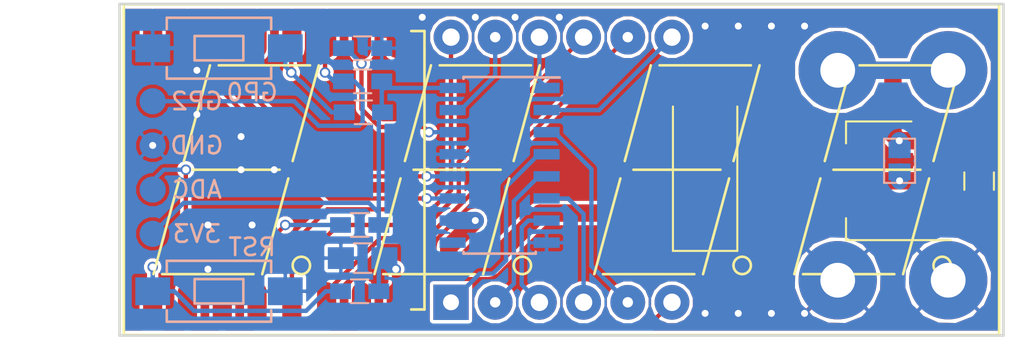
<source format=kicad_pcb>
(kicad_pcb (version 4) (host pcbnew 4.0.4-stable)

  (general
    (links 52)
    (no_connects 0)
    (area 121.834999 86.45 181.133 110.5)
    (thickness 1.6)
    (drawings 4)
    (tracks 213)
    (zones 0)
    (modules 21)
    (nets 24)
  )

  (page A4)
  (layers
    (0 F.Cu signal)
    (31 B.Cu signal)
    (32 B.Adhes user hide)
    (33 F.Adhes user hide)
    (34 B.Paste user hide)
    (35 F.Paste user hide)
    (36 B.SilkS user)
    (37 F.SilkS user hide)
    (38 B.Mask user hide)
    (39 F.Mask user hide)
    (40 Dwgs.User user hide)
    (41 Cmts.User user hide)
    (42 Eco1.User user hide)
    (43 Eco2.User user hide)
    (44 Edge.Cuts user)
    (45 Margin user)
    (46 B.CrtYd user hide)
    (47 F.CrtYd user hide)
    (48 B.Fab user hide)
    (49 F.Fab user hide)
  )

  (setup
    (last_trace_width 0.25)
    (user_trace_width 0.5)
    (user_trace_width 0.8)
    (user_trace_width 1)
    (trace_clearance 0.2)
    (zone_clearance 0.2)
    (zone_45_only no)
    (trace_min 0.2)
    (segment_width 0.2)
    (edge_width 0.15)
    (via_size 0.6)
    (via_drill 0.4)
    (via_min_size 0.4)
    (via_min_drill 0.3)
    (uvia_size 0.3)
    (uvia_drill 0.1)
    (uvias_allowed no)
    (uvia_min_size 0.2)
    (uvia_min_drill 0.1)
    (pcb_text_width 0.3)
    (pcb_text_size 1.5 1.5)
    (mod_edge_width 0.15)
    (mod_text_size 1 1)
    (mod_text_width 0.15)
    (pad_size 2 2)
    (pad_drill 0.6)
    (pad_to_mask_clearance 0.2)
    (aux_axis_origin 0 0)
    (visible_elements 7FFFDF7F)
    (pcbplotparams
      (layerselection 0x010f0_80000001)
      (usegerberextensions true)
      (usegerberattributes true)
      (excludeedgelayer true)
      (linewidth 0.200000)
      (plotframeref false)
      (viasonmask false)
      (mode 1)
      (useauxorigin false)
      (hpglpennumber 1)
      (hpglpenspeed 20)
      (hpglpendiameter 15)
      (hpglpenoverlay 2)
      (psnegative false)
      (psa4output false)
      (plotreference true)
      (plotvalue true)
      (plotinvisibletext false)
      (padsonsilk false)
      (subtractmaskfromsilk false)
      (outputformat 1)
      (mirror false)
      (drillshape 0)
      (scaleselection 1)
      (outputdirectory ""))
  )

  (net 0 "")
  (net 1 C4)
  (net 2 C2)
  (net 3 C3)
  (net 4 C1)
  (net 5 +5V)
  (net 6 GND)
  (net 7 +3V3)
  (net 8 GPIO0)
  (net 9 RST)
  (net 10 "Net-(R3-Pad1)")
  (net 11 LATCH)
  (net 12 "Net-(U2-Pad2)")
  (net 13 CLOCK)
  (net 14 DATA)
  (net 15 R3)
  (net 16 R2)
  (net 17 R1)
  (net 18 R4)
  (net 19 R5)
  (net 20 R6)
  (net 21 R7)
  (net 22 R8)
  (net 23 "Net-(R4-Pad1)")

  (net_class Default "This is the default net class."
    (clearance 0.2)
    (trace_width 0.25)
    (via_dia 0.6)
    (via_drill 0.4)
    (uvia_dia 0.3)
    (uvia_drill 0.1)
    (add_net +3V3)
    (add_net +5V)
    (add_net C1)
    (add_net C2)
    (add_net C3)
    (add_net C4)
    (add_net CLOCK)
    (add_net DATA)
    (add_net GND)
    (add_net GPIO0)
    (add_net LATCH)
    (add_net "Net-(R3-Pad1)")
    (add_net "Net-(R4-Pad1)")
    (add_net "Net-(U2-Pad2)")
    (add_net R1)
    (add_net R2)
    (add_net R3)
    (add_net R4)
    (add_net R5)
    (add_net R6)
    (add_net R7)
    (add_net R8)
    (add_net RST)
  )

  (module Housings_SOIC:SOIC-16_3.9x9.9mm_Pitch1.27mm (layer B.Cu) (tedit 58C3C1BC) (tstamp 58BCBAA1)
    (at 150.749 98.171 180)
    (descr "16-Lead Plastic Small Outline (SL) - Narrow, 3.90 mm Body [SOIC] (see Microchip Packaging Specification 00000049BS.pdf)")
    (tags "SOIC 1.27")
    (path /58BC92FD)
    (attr smd)
    (fp_text reference U3 (at 0 6 180) (layer B.SilkS) hide
      (effects (font (size 1 1) (thickness 0.15)) (justify mirror))
    )
    (fp_text value 74HC595 (at 0 -6 180) (layer B.Fab)
      (effects (font (size 1 1) (thickness 0.15)) (justify mirror))
    )
    (fp_line (start -0.95 4.95) (end 1.95 4.95) (layer B.Fab) (width 0.15))
    (fp_line (start 1.95 4.95) (end 1.95 -4.95) (layer B.Fab) (width 0.15))
    (fp_line (start 1.95 -4.95) (end -1.95 -4.95) (layer B.Fab) (width 0.15))
    (fp_line (start -1.95 -4.95) (end -1.95 3.95) (layer B.Fab) (width 0.15))
    (fp_line (start -1.95 3.95) (end -0.95 4.95) (layer B.Fab) (width 0.15))
    (fp_line (start -3.7 5.25) (end -3.7 -5.25) (layer B.CrtYd) (width 0.05))
    (fp_line (start 3.7 5.25) (end 3.7 -5.25) (layer B.CrtYd) (width 0.05))
    (fp_line (start -3.7 5.25) (end 3.7 5.25) (layer B.CrtYd) (width 0.05))
    (fp_line (start -3.7 -5.25) (end 3.7 -5.25) (layer B.CrtYd) (width 0.05))
    (fp_line (start -2.075 5.075) (end -2.075 5.05) (layer B.SilkS) (width 0.15))
    (fp_line (start 2.075 5.075) (end 2.075 4.97) (layer B.SilkS) (width 0.15))
    (fp_line (start 2.075 -5.075) (end 2.075 -4.97) (layer B.SilkS) (width 0.15))
    (fp_line (start -2.075 -5.075) (end -2.075 -4.97) (layer B.SilkS) (width 0.15))
    (fp_line (start -2.075 5.075) (end 2.075 5.075) (layer B.SilkS) (width 0.15))
    (fp_line (start -2.075 -5.075) (end 2.075 -5.075) (layer B.SilkS) (width 0.15))
    (fp_line (start -2.075 5.05) (end -3.45 5.05) (layer B.SilkS) (width 0.15))
    (pad 1 smd rect (at -2.7 4.445 180) (size 1.5 0.6) (layers B.Cu B.Paste B.Mask)
      (net 22 R8))
    (pad 2 smd rect (at -2.7 3.175 180) (size 1.5 0.6) (layers B.Cu B.Paste B.Mask)
      (net 21 R7))
    (pad 3 smd rect (at -2.7 1.905 180) (size 1.5 0.6) (layers B.Cu B.Paste B.Mask)
      (net 20 R6))
    (pad 4 smd rect (at -2.7 0.635 180) (size 1.5 0.6) (layers B.Cu B.Paste B.Mask)
      (net 19 R5))
    (pad 5 smd rect (at -2.7 -0.635 180) (size 1.5 0.6) (layers B.Cu B.Paste B.Mask)
      (net 18 R4))
    (pad 6 smd rect (at -2.7 -1.905 180) (size 1.5 0.6) (layers B.Cu B.Paste B.Mask)
      (net 15 R3))
    (pad 7 smd rect (at -2.7 -3.175 180) (size 1.5 0.6) (layers B.Cu B.Paste B.Mask)
      (net 16 R2))
    (pad 8 smd rect (at -2.7 -4.445 180) (size 1.5 0.6) (layers B.Cu B.Paste B.Mask)
      (net 6 GND))
    (pad 9 smd rect (at 2.7 -4.445 180) (size 1.5 0.6) (layers B.Cu B.Paste B.Mask))
    (pad 10 smd rect (at 2.7 -3.175 180) (size 1.5 0.6) (layers B.Cu B.Paste B.Mask)
      (net 7 +3V3))
    (pad 11 smd rect (at 2.7 -1.905 180) (size 1.5 0.6) (layers B.Cu B.Paste B.Mask)
      (net 13 CLOCK))
    (pad 12 smd rect (at 2.7 -0.635 180) (size 1.5 0.6) (layers B.Cu B.Paste B.Mask)
      (net 11 LATCH))
    (pad 13 smd rect (at 2.7 0.635 180) (size 1.5 0.6) (layers B.Cu B.Paste B.Mask)
      (net 6 GND))
    (pad 14 smd rect (at 2.7 1.905 180) (size 1.5 0.6) (layers B.Cu B.Paste B.Mask)
      (net 14 DATA))
    (pad 15 smd rect (at 2.7 3.175 180) (size 1.5 0.6) (layers B.Cu B.Paste B.Mask)
      (net 17 R1))
    (pad 16 smd rect (at 2.7 4.445 180) (size 1.5 0.6) (layers B.Cu B.Paste B.Mask)
      (net 7 +3V3))
    (model Housings_SOIC.3dshapes/SOIC-16_3.9x9.9mm_Pitch1.27mm.wrl
      (at (xyz 0 0 0))
      (scale (xyz 1 1 1))
      (rotate (xyz 0 0 0))
    )
  )

  (module Displays_7-Segment:Cx56-12 (layer F.Cu) (tedit 58C3C884) (tstamp 58BCBA3B)
    (at 147.955 106.045)
    (descr "4x7-segments, 14 mm, Kingbright CA56-12 and CC56-12 displays")
    (tags "7-segments display")
    (path /58BC92AC)
    (fp_text reference AFF1 (at 6.35 -18.62) (layer F.SilkS) hide
      (effects (font (size 1 1) (thickness 0.15)))
    )
    (fp_text value CA56-12 (at 6.35 3.38) (layer F.Fab)
      (effects (font (size 1 1) (thickness 0.15)))
    )
    (fp_line (start 31.75 2.15) (end -19.05 2.15) (layer F.CrtYd) (width 0.05))
    (fp_line (start 31.75 -17.35) (end 31.75 2.15) (layer F.CrtYd) (width 0.05))
    (fp_line (start -19.05 -17.35) (end 31.75 -17.35) (layer F.CrtYd) (width 0.05))
    (fp_line (start -19.05 2.15) (end -19.05 -17.35) (layer F.CrtYd) (width 0.05))
    (fp_line (start 31.5 1.88) (end -18.8 1.88) (layer F.SilkS) (width 0.15))
    (fp_line (start -18.8 1.88) (end -18.8 -17.12) (layer F.SilkS) (width 0.15))
    (fp_line (start -18.8 -17.12) (end 31.5 -17.12) (layer F.SilkS) (width 0.15))
    (fp_line (start 31.5 -17.12) (end 31.5 1.88) (layer F.SilkS) (width 0.15))
    (fp_line (start 21.98 -7.62) (end 26.98 -7.62) (layer F.SilkS) (width 0.15))
    (fp_line (start 20.23 -1.62) (end 25.48 -1.62) (layer F.SilkS) (width 0.15))
    (fp_line (start 27.73 -8.12) (end 29.23 -13.62) (layer F.SilkS) (width 0.15))
    (fp_line (start 25.98 -1.62) (end 27.48 -7.12) (layer F.SilkS) (width 0.15))
    (fp_line (start 21.48 -8.12) (end 22.98 -13.62) (layer F.SilkS) (width 0.15))
    (fp_line (start 19.73 -1.62) (end 21.23 -7.12) (layer F.SilkS) (width 0.15))
    (fp_line (start 23.48 -13.62) (end 28.73 -13.62) (layer F.SilkS) (width 0.15))
    (fp_line (start -14.85 -7.62) (end -9.85 -7.62) (layer F.SilkS) (width 0.15))
    (fp_line (start -16.6 -1.62) (end -11.35 -1.62) (layer F.SilkS) (width 0.15))
    (fp_line (start -9.1 -8.12) (end -7.6 -13.62) (layer F.SilkS) (width 0.15))
    (fp_line (start -10.85 -1.62) (end -9.35 -7.12) (layer F.SilkS) (width 0.15))
    (fp_line (start -15.35 -8.12) (end -13.85 -13.62) (layer F.SilkS) (width 0.15))
    (fp_line (start -17.1 -1.62) (end -15.6 -7.12) (layer F.SilkS) (width 0.15))
    (fp_line (start -13.35 -13.62) (end -8.1 -13.62) (layer F.SilkS) (width 0.15))
    (fp_line (start -0.65 -13.62) (end 4.6 -13.62) (layer F.SilkS) (width 0.15))
    (fp_line (start -4.4 -1.62) (end -2.9 -7.12) (layer F.SilkS) (width 0.15))
    (fp_line (start -2.65 -8.12) (end -1.15 -13.62) (layer F.SilkS) (width 0.15))
    (fp_line (start 1.85 -1.62) (end 3.35 -7.12) (layer F.SilkS) (width 0.15))
    (fp_line (start 3.6 -8.12) (end 5.1 -13.62) (layer F.SilkS) (width 0.15))
    (fp_line (start -3.9 -1.62) (end 1.35 -1.62) (layer F.SilkS) (width 0.15))
    (fp_line (start -2.15 -7.62) (end 2.85 -7.62) (layer F.SilkS) (width 0.15))
    (fp_line (start 16.235 -8.12) (end 17.735 -13.62) (layer F.SilkS) (width 0.15))
    (fp_line (start 11.985 -13.62) (end 17.235 -13.62) (layer F.SilkS) (width 0.15))
    (fp_line (start 9.985 -8.12) (end 11.485 -13.62) (layer F.SilkS) (width 0.15))
    (fp_line (start 10.485 -7.62) (end 15.485 -7.62) (layer F.SilkS) (width 0.15))
    (fp_line (start 8.735 -1.62) (end 13.985 -1.62) (layer F.SilkS) (width 0.15))
    (fp_line (start 8.235 -1.62) (end 9.735 -7.12) (layer F.SilkS) (width 0.15))
    (fp_line (start 14.485 -1.62) (end 15.985 -7.12) (layer F.SilkS) (width 0.15))
    (fp_circle (center 28.23 -2.12) (end 28.23 -1.62) (layer F.SilkS) (width 0.15))
    (fp_circle (center -8.6 -2.12) (end -8.6 -1.62) (layer F.SilkS) (width 0.15))
    (fp_circle (center 16.735 -2.12) (end 16.735 -1.62) (layer F.SilkS) (width 0.15))
    (fp_circle (center 4.1 -2.12) (end 4.1 -1.62) (layer F.SilkS) (width 0.15))
    (pad 1 thru_hole rect (at 0 0) (size 2.032 2.032) (drill 0.9144) (layers *.Cu *.Mask)
      (net 19 R5))
    (pad 2 thru_hole circle (at 2.54 0) (size 2 2) (drill 0.6) (layers *.Cu *.Mask)
      (net 18 R4))
    (pad 3 thru_hole circle (at 5.08 0) (size 2 2) (drill 1) (layers *.Cu *.Mask)
      (net 16 R2))
    (pad 4 thru_hole circle (at 7.62 0) (size 2 2) (drill 1) (layers *.Cu *.Mask)
      (net 15 R3))
    (pad 5 thru_hole circle (at 10.16 0) (size 2 2) (drill 0.6) (layers *.Cu *.Mask)
      (net 20 R6))
    (pad 6 thru_hole circle (at 12.7 0) (size 2 2) (drill 1) (layers *.Cu *.Mask)
      (net 1 C4))
    (pad 9 thru_hole circle (at 7.62 -15.24) (size 2 2) (drill 1) (layers *.Cu *.Mask)
      (net 2 C2))
    (pad 8 thru_hole circle (at 10.16 -15.24) (size 2 2) (drill 0.6) (layers *.Cu *.Mask)
      (net 3 C3))
    (pad 12 thru_hole circle (at 0 -15.24) (size 2 2) (drill 1) (layers *.Cu *.Mask)
      (net 4 C1))
    (pad 11 thru_hole circle (at 2.54 -15.24) (size 2 2) (drill 0.6) (layers *.Cu *.Mask)
      (net 17 R1))
    (pad 7 thru_hole circle (at 12.7 -15.24) (size 2 2) (drill 1) (layers *.Cu *.Mask)
      (net 21 R7))
    (pad 10 thru_hole circle (at 5.08 -15.24) (size 2 2) (drill 1) (layers *.Cu *.Mask)
      (net 22 R8))
    (model Displays_7-Segment.3dshapes/Cx56-12.wrl
      (at (xyz 0.254 0.3 0.13937))
      (scale (xyz 0.393701 0.393701 0.393701))
      (rotate (xyz 0 0 0))
    )
  )

  (module Resistors_SMD:R_0603_HandSoldering (layer B.Cu) (tedit 58C3C53F) (tstamp 58BCBA4D)
    (at 142.918 95.123 180)
    (descr "Resistor SMD 0603, hand soldering")
    (tags "resistor 0603")
    (path /58BC9819)
    (attr smd)
    (fp_text reference R1 (at 0 1.45 180) (layer B.SilkS) hide
      (effects (font (size 1 1) (thickness 0.15)) (justify mirror))
    )
    (fp_text value 10K (at 0 -1.55 180) (layer B.Fab)
      (effects (font (size 1 1) (thickness 0.15)) (justify mirror))
    )
    (fp_text user %R (at 0 1.45 180) (layer B.Fab) hide
      (effects (font (size 1 1) (thickness 0.15)) (justify mirror))
    )
    (fp_line (start -0.8 -0.4) (end -0.8 0.4) (layer B.Fab) (width 0.1))
    (fp_line (start 0.8 -0.4) (end -0.8 -0.4) (layer B.Fab) (width 0.1))
    (fp_line (start 0.8 0.4) (end 0.8 -0.4) (layer B.Fab) (width 0.1))
    (fp_line (start -0.8 0.4) (end 0.8 0.4) (layer B.Fab) (width 0.1))
    (fp_line (start 0.5 -0.68) (end -0.5 -0.68) (layer B.SilkS) (width 0.12))
    (fp_line (start -0.5 0.68) (end 0.5 0.68) (layer B.SilkS) (width 0.12))
    (fp_line (start -1.96 0.7) (end 1.95 0.7) (layer B.CrtYd) (width 0.05))
    (fp_line (start -1.96 0.7) (end -1.96 -0.7) (layer B.CrtYd) (width 0.05))
    (fp_line (start 1.95 -0.7) (end 1.95 0.7) (layer B.CrtYd) (width 0.05))
    (fp_line (start 1.95 -0.7) (end -1.96 -0.7) (layer B.CrtYd) (width 0.05))
    (pad 1 smd rect (at -1.1 0 180) (size 1.2 0.9) (layers B.Cu B.Paste B.Mask)
      (net 7 +3V3))
    (pad 2 smd rect (at 1.1 0 180) (size 1.2 0.9) (layers B.Cu B.Paste B.Mask)
      (net 8 GPIO0))
    (model Resistors_SMD.3dshapes/R_0603.wrl
      (at (xyz 0 0 0))
      (scale (xyz 1 1 1))
      (rotate (xyz 0 0 0))
    )
  )

  (module Resistors_SMD:R_0603_HandSoldering (layer B.Cu) (tedit 58C3C1AA) (tstamp 58BCBA53)
    (at 142.705 105.41 180)
    (descr "Resistor SMD 0603, hand soldering")
    (tags "resistor 0603")
    (path /58BC9ABC)
    (attr smd)
    (fp_text reference R2 (at 0 1.45 180) (layer B.SilkS) hide
      (effects (font (size 1 1) (thickness 0.15)) (justify mirror))
    )
    (fp_text value 10K (at 0 -1.55 180) (layer B.Fab)
      (effects (font (size 1 1) (thickness 0.15)) (justify mirror))
    )
    (fp_text user %R (at 0 1.45 180) (layer B.Fab)
      (effects (font (size 1 1) (thickness 0.15)) (justify mirror))
    )
    (fp_line (start -0.8 -0.4) (end -0.8 0.4) (layer B.Fab) (width 0.1))
    (fp_line (start 0.8 -0.4) (end -0.8 -0.4) (layer B.Fab) (width 0.1))
    (fp_line (start 0.8 0.4) (end 0.8 -0.4) (layer B.Fab) (width 0.1))
    (fp_line (start -0.8 0.4) (end 0.8 0.4) (layer B.Fab) (width 0.1))
    (fp_line (start 0.5 -0.68) (end -0.5 -0.68) (layer B.SilkS) (width 0.12))
    (fp_line (start -0.5 0.68) (end 0.5 0.68) (layer B.SilkS) (width 0.12))
    (fp_line (start -1.96 0.7) (end 1.95 0.7) (layer B.CrtYd) (width 0.05))
    (fp_line (start -1.96 0.7) (end -1.96 -0.7) (layer B.CrtYd) (width 0.05))
    (fp_line (start 1.95 -0.7) (end 1.95 0.7) (layer B.CrtYd) (width 0.05))
    (fp_line (start 1.95 -0.7) (end -1.96 -0.7) (layer B.CrtYd) (width 0.05))
    (pad 1 smd rect (at -1.1 0 180) (size 1.2 0.9) (layers B.Cu B.Paste B.Mask)
      (net 7 +3V3))
    (pad 2 smd rect (at 1.1 0 180) (size 1.2 0.9) (layers B.Cu B.Paste B.Mask)
      (net 9 RST))
    (model Resistors_SMD.3dshapes/R_0603.wrl
      (at (xyz 0 0 0))
      (scale (xyz 1 1 1))
      (rotate (xyz 0 0 0))
    )
  )

  (module Resistors_SMD:R_0603_HandSoldering (layer B.Cu) (tedit 58C3C1AD) (tstamp 58BCBA59)
    (at 142.705 101.6)
    (descr "Resistor SMD 0603, hand soldering")
    (tags "resistor 0603")
    (path /58BCA1F2)
    (attr smd)
    (fp_text reference R3 (at 0 1.45) (layer B.SilkS) hide
      (effects (font (size 1 1) (thickness 0.15)) (justify mirror))
    )
    (fp_text value 10K (at 0 -1.55) (layer B.Fab)
      (effects (font (size 1 1) (thickness 0.15)) (justify mirror))
    )
    (fp_text user %R (at 0 1.45) (layer B.Fab)
      (effects (font (size 1 1) (thickness 0.15)) (justify mirror))
    )
    (fp_line (start -0.8 -0.4) (end -0.8 0.4) (layer B.Fab) (width 0.1))
    (fp_line (start 0.8 -0.4) (end -0.8 -0.4) (layer B.Fab) (width 0.1))
    (fp_line (start 0.8 0.4) (end 0.8 -0.4) (layer B.Fab) (width 0.1))
    (fp_line (start -0.8 0.4) (end 0.8 0.4) (layer B.Fab) (width 0.1))
    (fp_line (start 0.5 -0.68) (end -0.5 -0.68) (layer B.SilkS) (width 0.12))
    (fp_line (start -0.5 0.68) (end 0.5 0.68) (layer B.SilkS) (width 0.12))
    (fp_line (start -1.96 0.7) (end 1.95 0.7) (layer B.CrtYd) (width 0.05))
    (fp_line (start -1.96 0.7) (end -1.96 -0.7) (layer B.CrtYd) (width 0.05))
    (fp_line (start 1.95 -0.7) (end 1.95 0.7) (layer B.CrtYd) (width 0.05))
    (fp_line (start 1.95 -0.7) (end -1.96 -0.7) (layer B.CrtYd) (width 0.05))
    (pad 1 smd rect (at -1.1 0) (size 1.2 0.9) (layers B.Cu B.Paste B.Mask)
      (net 10 "Net-(R3-Pad1)"))
    (pad 2 smd rect (at 1.1 0) (size 1.2 0.9) (layers B.Cu B.Paste B.Mask)
      (net 7 +3V3))
    (model Resistors_SMD.3dshapes/R_0603.wrl
      (at (xyz 0 0 0))
      (scale (xyz 1 1 1))
      (rotate (xyz 0 0 0))
    )
  )

  (module Resistors_SMD:R_0603_HandSoldering (layer B.Cu) (tedit 58C3C542) (tstamp 58BCBA5F)
    (at 142.875 93.345)
    (descr "Resistor SMD 0603, hand soldering")
    (tags "resistor 0603")
    (path /58BCC7A4)
    (attr smd)
    (fp_text reference R4 (at 0 1.45) (layer B.SilkS) hide
      (effects (font (size 1 1) (thickness 0.15)) (justify mirror))
    )
    (fp_text value 10K (at 0 -1.55) (layer B.Fab)
      (effects (font (size 1 1) (thickness 0.15)) (justify mirror))
    )
    (fp_text user %R (at 0 1.45) (layer B.Fab) hide
      (effects (font (size 1 1) (thickness 0.15)) (justify mirror))
    )
    (fp_line (start -0.8 -0.4) (end -0.8 0.4) (layer B.Fab) (width 0.1))
    (fp_line (start 0.8 -0.4) (end -0.8 -0.4) (layer B.Fab) (width 0.1))
    (fp_line (start 0.8 0.4) (end 0.8 -0.4) (layer B.Fab) (width 0.1))
    (fp_line (start -0.8 0.4) (end 0.8 0.4) (layer B.Fab) (width 0.1))
    (fp_line (start 0.5 -0.68) (end -0.5 -0.68) (layer B.SilkS) (width 0.12))
    (fp_line (start -0.5 0.68) (end 0.5 0.68) (layer B.SilkS) (width 0.12))
    (fp_line (start -1.96 0.7) (end 1.95 0.7) (layer B.CrtYd) (width 0.05))
    (fp_line (start -1.96 0.7) (end -1.96 -0.7) (layer B.CrtYd) (width 0.05))
    (fp_line (start 1.95 -0.7) (end 1.95 0.7) (layer B.CrtYd) (width 0.05))
    (fp_line (start 1.95 -0.7) (end -1.96 -0.7) (layer B.CrtYd) (width 0.05))
    (pad 1 smd rect (at -1.1 0) (size 1.2 0.9) (layers B.Cu B.Paste B.Mask)
      (net 23 "Net-(R4-Pad1)"))
    (pad 2 smd rect (at 1.1 0) (size 1.2 0.9) (layers B.Cu B.Paste B.Mask)
      (net 7 +3V3))
    (model Resistors_SMD.3dshapes/R_0603.wrl
      (at (xyz 0 0 0))
      (scale (xyz 1 1 1))
      (rotate (xyz 0 0 0))
    )
  )

  (module Resistors_SMD:R_0603_HandSoldering (layer B.Cu) (tedit 58C3C537) (tstamp 58BCBA65)
    (at 142.875 91.44 180)
    (descr "Resistor SMD 0603, hand soldering")
    (tags "resistor 0603")
    (path /58BCCA72)
    (attr smd)
    (fp_text reference R5 (at 0 1.45 180) (layer B.SilkS) hide
      (effects (font (size 1 1) (thickness 0.15)) (justify mirror))
    )
    (fp_text value 10K (at 0 -1.55 180) (layer B.Fab)
      (effects (font (size 1 1) (thickness 0.15)) (justify mirror))
    )
    (fp_text user %R (at 0 1.45 180) (layer B.Fab) hide
      (effects (font (size 1 1) (thickness 0.15)) (justify mirror))
    )
    (fp_line (start -0.8 -0.4) (end -0.8 0.4) (layer B.Fab) (width 0.1))
    (fp_line (start 0.8 -0.4) (end -0.8 -0.4) (layer B.Fab) (width 0.1))
    (fp_line (start 0.8 0.4) (end 0.8 -0.4) (layer B.Fab) (width 0.1))
    (fp_line (start -0.8 0.4) (end 0.8 0.4) (layer B.Fab) (width 0.1))
    (fp_line (start 0.5 -0.68) (end -0.5 -0.68) (layer B.SilkS) (width 0.12))
    (fp_line (start -0.5 0.68) (end 0.5 0.68) (layer B.SilkS) (width 0.12))
    (fp_line (start -1.96 0.7) (end 1.95 0.7) (layer B.CrtYd) (width 0.05))
    (fp_line (start -1.96 0.7) (end -1.96 -0.7) (layer B.CrtYd) (width 0.05))
    (fp_line (start 1.95 -0.7) (end 1.95 0.7) (layer B.CrtYd) (width 0.05))
    (fp_line (start 1.95 -0.7) (end -1.96 -0.7) (layer B.CrtYd) (width 0.05))
    (pad 1 smd rect (at -1.1 0 180) (size 1.2 0.9) (layers B.Cu B.Paste B.Mask)
      (net 6 GND))
    (pad 2 smd rect (at 1.1 0 180) (size 1.2 0.9) (layers B.Cu B.Paste B.Mask)
      (net 14 DATA))
    (model Resistors_SMD.3dshapes/R_0603.wrl
      (at (xyz 0 0 0))
      (scale (xyz 1 1 1))
      (rotate (xyz 0 0 0))
    )
  )

  (module footprints:SW_SPST_EVQPE1 (layer B.Cu) (tedit 58C3C4B5) (tstamp 58BCBA6B)
    (at 134.62 91.44 180)
    (descr "Light Touch Switch")
    (path /58BC95F5)
    (attr smd)
    (fp_text reference SW1 (at -1.27 -2.794 180) (layer B.SilkS) hide
      (effects (font (size 1 1) (thickness 0.15)) (justify mirror))
    )
    (fp_text value GP0 (at -1.905 -2.54 180) (layer B.SilkS)
      (effects (font (size 1 1) (thickness 0.15)) (justify mirror))
    )
    (fp_line (start -1.4 0.7) (end 1.4 0.7) (layer B.SilkS) (width 0.15))
    (fp_line (start 1.4 0.7) (end 1.4 -0.7) (layer B.SilkS) (width 0.15))
    (fp_line (start 1.4 -0.7) (end -1.4 -0.7) (layer B.SilkS) (width 0.15))
    (fp_line (start -1.4 -0.7) (end -1.4 0.7) (layer B.SilkS) (width 0.15))
    (fp_line (start -3.95 2) (end 3.95 2) (layer B.CrtYd) (width 0.05))
    (fp_line (start 3.95 2) (end 3.95 -2) (layer B.CrtYd) (width 0.05))
    (fp_line (start 3.95 -2) (end -3.95 -2) (layer B.CrtYd) (width 0.05))
    (fp_line (start -3.95 -2) (end -3.95 2) (layer B.CrtYd) (width 0.05))
    (fp_line (start 3 1.75) (end 3 1.1) (layer B.SilkS) (width 0.15))
    (fp_line (start 3 -1.75) (end 3 -1.1) (layer B.SilkS) (width 0.15))
    (fp_line (start -3 -1.1) (end -3 -1.75) (layer B.SilkS) (width 0.15))
    (fp_line (start -3 1.75) (end -3 1.1) (layer B.SilkS) (width 0.15))
    (fp_line (start 3 1.75) (end -3 1.75) (layer B.SilkS) (width 0.15))
    (fp_line (start -3 -1.75) (end 3 -1.75) (layer B.SilkS) (width 0.15))
    (pad 2 smd rect (at 3.81 0 180) (size 2 1.6) (layers B.Cu B.Paste B.Mask)
      (net 6 GND))
    (pad 1 smd rect (at -3.81 0 180) (size 2 1.6) (layers B.Cu B.Paste B.Mask)
      (net 8 GPIO0))
  )

  (module footprints:SW_SPST_EVQPE1 (layer B.Cu) (tedit 58C3C4A7) (tstamp 58BCBA71)
    (at 134.62 105.41)
    (descr "Light Touch Switch")
    (path /58BC9AB5)
    (attr smd)
    (fp_text reference SW2 (at 0.762 -2.54) (layer B.SilkS) hide
      (effects (font (size 1 1) (thickness 0.15)) (justify mirror))
    )
    (fp_text value RST (at 1.905 -2.54) (layer B.SilkS)
      (effects (font (size 1 1) (thickness 0.15)) (justify mirror))
    )
    (fp_line (start -1.4 0.7) (end 1.4 0.7) (layer B.SilkS) (width 0.15))
    (fp_line (start 1.4 0.7) (end 1.4 -0.7) (layer B.SilkS) (width 0.15))
    (fp_line (start 1.4 -0.7) (end -1.4 -0.7) (layer B.SilkS) (width 0.15))
    (fp_line (start -1.4 -0.7) (end -1.4 0.7) (layer B.SilkS) (width 0.15))
    (fp_line (start -3.95 2) (end 3.95 2) (layer B.CrtYd) (width 0.05))
    (fp_line (start 3.95 2) (end 3.95 -2) (layer B.CrtYd) (width 0.05))
    (fp_line (start 3.95 -2) (end -3.95 -2) (layer B.CrtYd) (width 0.05))
    (fp_line (start -3.95 -2) (end -3.95 2) (layer B.CrtYd) (width 0.05))
    (fp_line (start 3 1.75) (end 3 1.1) (layer B.SilkS) (width 0.15))
    (fp_line (start 3 -1.75) (end 3 -1.1) (layer B.SilkS) (width 0.15))
    (fp_line (start -3 -1.1) (end -3 -1.75) (layer B.SilkS) (width 0.15))
    (fp_line (start -3 1.75) (end -3 1.1) (layer B.SilkS) (width 0.15))
    (fp_line (start 3 1.75) (end -3 1.75) (layer B.SilkS) (width 0.15))
    (fp_line (start -3 -1.75) (end 3 -1.75) (layer B.SilkS) (width 0.15))
    (pad 2 smd rect (at 3.81 0) (size 2 1.6) (layers B.Cu B.Paste B.Mask)
      (net 6 GND))
    (pad 1 smd rect (at -3.81 0) (size 2 1.6) (layers B.Cu B.Paste B.Mask)
      (net 9 RST))
  )

  (module TO_SOT_Packages_SMD:SOT-223 (layer F.Cu) (tedit 58C3C1C6) (tstamp 58BCBA79)
    (at 172.568 99.06 180)
    (descr "module CMS SOT223 4 pins")
    (tags "CMS SOT")
    (path /58BC9F04)
    (attr smd)
    (fp_text reference U1 (at 0 -4.5 180) (layer F.SilkS) hide
      (effects (font (size 1 1) (thickness 0.15)))
    )
    (fp_text value LM1117-3.3 (at 0 4.5 180) (layer F.Fab)
      (effects (font (size 1 1) (thickness 0.15)))
    )
    (fp_line (start -1.85 -2.3) (end -0.8 -3.35) (layer F.Fab) (width 0.1))
    (fp_line (start 1.91 3.41) (end 1.91 2.15) (layer F.SilkS) (width 0.12))
    (fp_line (start 1.91 -3.41) (end 1.91 -2.15) (layer F.SilkS) (width 0.12))
    (fp_line (start 4.4 -3.6) (end -4.4 -3.6) (layer F.CrtYd) (width 0.05))
    (fp_line (start 4.4 3.6) (end 4.4 -3.6) (layer F.CrtYd) (width 0.05))
    (fp_line (start -4.4 3.6) (end 4.4 3.6) (layer F.CrtYd) (width 0.05))
    (fp_line (start -4.4 -3.6) (end -4.4 3.6) (layer F.CrtYd) (width 0.05))
    (fp_line (start -1.85 -2.3) (end -1.85 3.35) (layer F.Fab) (width 0.1))
    (fp_line (start -1.85 3.41) (end 1.91 3.41) (layer F.SilkS) (width 0.12))
    (fp_line (start -0.8 -3.35) (end 1.85 -3.35) (layer F.Fab) (width 0.1))
    (fp_line (start -4.1 -3.41) (end 1.91 -3.41) (layer F.SilkS) (width 0.12))
    (fp_line (start -1.85 3.35) (end 1.85 3.35) (layer F.Fab) (width 0.1))
    (fp_line (start 1.85 -3.35) (end 1.85 3.35) (layer F.Fab) (width 0.1))
    (pad 4 smd rect (at 3.15 0 180) (size 2 3.8) (layers F.Cu F.Paste F.Mask)
      (net 7 +3V3))
    (pad 2 smd rect (at -3.15 0 180) (size 2 1.5) (layers F.Cu F.Paste F.Mask)
      (net 7 +3V3))
    (pad 3 smd rect (at -3.15 2.3 180) (size 2 1.5) (layers F.Cu F.Paste F.Mask)
      (net 5 +5V))
    (pad 1 smd rect (at -3.15 -2.3 180) (size 2 1.5) (layers F.Cu F.Paste F.Mask)
      (net 6 GND))
    (model TO_SOT_Packages_SMD.3dshapes/SOT-223.wrl
      (at (xyz 0 0 0))
      (scale (xyz 0.4 0.4 0.4))
      (rotate (xyz 0 0 90))
    )
  )

  (module footprints:ESP-12 (layer F.Cu) (tedit 58C3C1D3) (tstamp 58BCBA8D)
    (at 130.81 105.44 90)
    (descr "Module, ESP-8266, ESP-12, 16 pad, SMD")
    (tags "Module ESP-8266 ESP8266")
    (path /58BC91FE)
    (fp_text reference U2 (at 1.5 16.6 90) (layer F.SilkS) hide
      (effects (font (size 1 1) (thickness 0.15)))
    )
    (fp_text value ESP-12 (at 6.992 1 90) (layer F.Fab)
      (effects (font (size 1 1) (thickness 0.15)))
    )
    (fp_line (start -2.25 -0.5) (end -2.25 -8.75) (layer F.CrtYd) (width 0.05))
    (fp_line (start -2.25 -8.75) (end 15.25 -8.75) (layer F.CrtYd) (width 0.05))
    (fp_line (start 15.25 -8.75) (end 16.25 -8.75) (layer F.CrtYd) (width 0.05))
    (fp_line (start 16.25 -8.75) (end 16.25 16) (layer F.CrtYd) (width 0.05))
    (fp_line (start 16.25 16) (end -2.25 16) (layer F.CrtYd) (width 0.05))
    (fp_line (start -2.25 16) (end -2.25 -0.5) (layer F.CrtYd) (width 0.05))
    (fp_line (start -1.016 -8.382) (end 14.986 -8.382) (layer F.CrtYd) (width 0.1524))
    (fp_line (start 14.986 -8.382) (end 14.986 -0.889) (layer F.CrtYd) (width 0.1524))
    (fp_line (start -1.016 -8.382) (end -1.016 -1.016) (layer F.CrtYd) (width 0.1524))
    (fp_line (start -1.016 14.859) (end -1.016 15.621) (layer F.SilkS) (width 0.1524))
    (fp_line (start -1.016 15.621) (end 14.986 15.621) (layer F.SilkS) (width 0.1524))
    (fp_line (start 14.986 15.621) (end 14.986 14.859) (layer F.SilkS) (width 0.1524))
    (fp_line (start 14.992 -8.4) (end -1.008 -2.6) (layer F.CrtYd) (width 0.1524))
    (fp_line (start -1.008 -8.4) (end 14.992 -2.6) (layer F.CrtYd) (width 0.1524))
    (fp_text user "No Copper" (at 6.892 -5.4 90) (layer F.CrtYd)
      (effects (font (size 1 1) (thickness 0.15)))
    )
    (fp_line (start -1.008 -2.6) (end 14.992 -2.6) (layer F.CrtYd) (width 0.1524))
    (fp_line (start 15 -8.4) (end 15 15.6) (layer F.Fab) (width 0.05))
    (fp_line (start 14.992 15.6) (end -1.008 15.6) (layer F.Fab) (width 0.05))
    (fp_line (start -1.008 15.6) (end -1.008 -8.4) (layer F.Fab) (width 0.05))
    (fp_line (start -1.008 -8.4) (end 14.992 -8.4) (layer F.Fab) (width 0.05))
    (pad 1 smd rect (at 0 0 90) (size 2.5 1.1) (drill (offset -0.7 0)) (layers F.Cu F.Paste F.Mask)
      (net 9 RST))
    (pad 2 smd oval (at 0 2 90) (size 2.5 1.1) (drill (offset -0.7 0)) (layers F.Cu F.Paste F.Mask)
      (net 12 "Net-(U2-Pad2)"))
    (pad 3 smd oval (at 0 4 90) (size 2.5 1.1) (drill (offset -0.7 0)) (layers F.Cu F.Paste F.Mask)
      (net 10 "Net-(R3-Pad1)"))
    (pad 4 smd oval (at 0 6 90) (size 2.5 1.1) (drill (offset -0.7 0)) (layers F.Cu F.Paste F.Mask)
      (net 4 C1))
    (pad 5 smd oval (at 0 8 90) (size 2.5 1.1) (drill (offset -0.7 0)) (layers F.Cu F.Paste F.Mask)
      (net 2 C2))
    (pad 6 smd oval (at 0 10 90) (size 2.5 1.1) (drill (offset -0.7 0)) (layers F.Cu F.Paste F.Mask)
      (net 3 C3))
    (pad 7 smd oval (at 0 12 90) (size 2.5 1.1) (drill (offset -0.7 0)) (layers F.Cu F.Paste F.Mask)
      (net 1 C4))
    (pad 8 smd oval (at 0 14 90) (size 2 1.1) (drill (offset -0.7 0)) (layers F.Cu F.Paste F.Mask)
      (net 7 +3V3))
    (pad 9 smd oval (at 14 14 90) (size 2.5 1.1) (drill (offset 0.7 0)) (layers F.Cu F.Paste F.Mask)
      (net 6 GND))
    (pad 10 smd oval (at 14 12 90) (size 2.5 1.1) (drill (offset 0.6 0)) (layers F.Cu F.Paste F.Mask)
      (net 14 DATA))
    (pad 11 smd oval (at 14 10 90) (size 2.5 1.1) (drill (offset 0.7 0)) (layers F.Cu F.Paste F.Mask)
      (net 23 "Net-(R4-Pad1)"))
    (pad 12 smd oval (at 14 8 90) (size 2.5 1.1) (drill (offset 0.7 0)) (layers F.Cu F.Paste F.Mask)
      (net 8 GPIO0))
    (pad 13 smd oval (at 14 6 90) (size 2.5 1.1) (drill (offset 0.7 0)) (layers F.Cu F.Paste F.Mask)
      (net 11 LATCH))
    (pad 14 smd oval (at 14 4 90) (size 2.5 1.1) (drill (offset 0.7 0)) (layers F.Cu F.Paste F.Mask)
      (net 13 CLOCK))
    (pad 15 smd oval (at 14 2 90) (size 2.5 1.1) (drill (offset 0.7 0)) (layers F.Cu F.Paste F.Mask))
    (pad 16 smd oval (at 14 0 90) (size 2.5 1.1) (drill (offset 0.7 0)) (layers F.Cu F.Paste F.Mask))
    (model C:/Users/Samsung/Documents/KiCad/esp-4digit-display/ESP8266.3dshapes/ESP-12.wrl
      (at (xyz 0 0 0))
      (scale (xyz 0.3937 0.3937 0.3937))
      (rotate (xyz 0 0 0))
    )
  )

  (module Measurement_Points:Measurement_Point_Round-SMD-Pad_Small (layer B.Cu) (tedit 58C3C48D) (tstamp 58BCBAA6)
    (at 130.81 99.568)
    (descr "Mesurement Point, Round, SMD Pad, DM 1.5mm,")
    (tags "Mesurement Point Round SMD Pad 1.5mm")
    (path /58BCA6FB)
    (attr virtual)
    (fp_text reference W1 (at 0 2) (layer B.SilkS) hide
      (effects (font (size 1 1) (thickness 0.15)) (justify mirror))
    )
    (fp_text value ADC (at 2.54 0) (layer B.SilkS)
      (effects (font (size 1 1) (thickness 0.15)) (justify mirror))
    )
    (fp_circle (center 0 0) (end 1 0) (layer B.CrtYd) (width 0.05))
    (pad 1 smd circle (at 0 0) (size 1.5 1.5) (layers B.Cu B.Mask)
      (net 12 "Net-(U2-Pad2)"))
  )

  (module Measurement_Points:Measurement_Point_Round-SMD-Pad_Small (layer B.Cu) (tedit 58C3C481) (tstamp 58BCBAAB)
    (at 130.81 97.028)
    (descr "Mesurement Point, Round, SMD Pad, DM 1.5mm,")
    (tags "Mesurement Point Round SMD Pad 1.5mm")
    (path /58BCF407)
    (attr virtual)
    (fp_text reference W2 (at 0 2) (layer B.SilkS) hide
      (effects (font (size 1 1) (thickness 0.15)) (justify mirror))
    )
    (fp_text value GND (at 2.54 0) (layer B.SilkS)
      (effects (font (size 1 1) (thickness 0.15)) (justify mirror))
    )
    (fp_circle (center 0 0) (end 1 0) (layer B.CrtYd) (width 0.05))
    (pad 1 smd circle (at 0 0) (size 1.5 1.5) (layers B.Cu B.Mask)
      (net 6 GND))
  )

  (module Measurement_Points:Measurement_Point_Round-SMD-Pad_Small (layer B.Cu) (tedit 58C3C49E) (tstamp 58BCC362)
    (at 130.81 102.108)
    (descr "Mesurement Point, Round, SMD Pad, DM 1.5mm,")
    (tags "Mesurement Point Round SMD Pad 1.5mm")
    (path /58BD188B)
    (attr virtual)
    (fp_text reference W5 (at 0 2) (layer B.SilkS) hide
      (effects (font (size 1 1) (thickness 0.15)) (justify mirror))
    )
    (fp_text value 3V3 (at 2.54 0) (layer B.SilkS)
      (effects (font (size 1 1) (thickness 0.15)) (justify mirror))
    )
    (fp_circle (center 0 0) (end 1 0) (layer B.CrtYd) (width 0.05))
    (pad 1 smd circle (at 0 0) (size 1.5 1.5) (layers B.Cu B.Mask)
      (net 7 +3V3))
  )

  (module Capacitors_SMD:C_0805_HandSoldering (layer F.Cu) (tedit 58C3C1CB) (tstamp 58BCC47B)
    (at 178.308 99.08 270)
    (descr "Capacitor SMD 0805, hand soldering")
    (tags "capacitor 0805")
    (path /58BCE7CB)
    (attr smd)
    (fp_text reference C1 (at 0 -1.75 270) (layer F.SilkS) hide
      (effects (font (size 1 1) (thickness 0.15)))
    )
    (fp_text value C_Small (at 0 1.75 270) (layer F.Fab)
      (effects (font (size 1 1) (thickness 0.15)))
    )
    (fp_text user %R (at 0 -1.75 270) (layer F.Fab)
      (effects (font (size 1 1) (thickness 0.15)))
    )
    (fp_line (start -1 0.62) (end -1 -0.62) (layer F.Fab) (width 0.1))
    (fp_line (start 1 0.62) (end -1 0.62) (layer F.Fab) (width 0.1))
    (fp_line (start 1 -0.62) (end 1 0.62) (layer F.Fab) (width 0.1))
    (fp_line (start -1 -0.62) (end 1 -0.62) (layer F.Fab) (width 0.1))
    (fp_line (start 0.5 -0.85) (end -0.5 -0.85) (layer F.SilkS) (width 0.12))
    (fp_line (start -0.5 0.85) (end 0.5 0.85) (layer F.SilkS) (width 0.12))
    (fp_line (start -2.25 -0.88) (end 2.25 -0.88) (layer F.CrtYd) (width 0.05))
    (fp_line (start -2.25 -0.88) (end -2.25 0.87) (layer F.CrtYd) (width 0.05))
    (fp_line (start 2.25 0.87) (end 2.25 -0.88) (layer F.CrtYd) (width 0.05))
    (fp_line (start 2.25 0.87) (end -2.25 0.87) (layer F.CrtYd) (width 0.05))
    (pad 1 smd rect (at -1.25 0 270) (size 1.5 1.25) (layers F.Cu F.Paste F.Mask)
      (net 5 +5V))
    (pad 2 smd rect (at 1.25 0 270) (size 1.5 1.25) (layers F.Cu F.Paste F.Mask)
      (net 6 GND))
    (model Capacitors_SMD.3dshapes/C_0805.wrl
      (at (xyz 0 0 0))
      (scale (xyz 1 1 1))
      (rotate (xyz 0 0 0))
    )
  )

  (module Capacitors_SMD:C_0805_HandSoldering (layer B.Cu) (tedit 58C3C1B6) (tstamp 58BCC480)
    (at 142.875 103.505 180)
    (descr "Capacitor SMD 0805, hand soldering")
    (tags "capacitor 0805")
    (path /58BCE6CA)
    (attr smd)
    (fp_text reference C2 (at 0 1.75 180) (layer B.SilkS) hide
      (effects (font (size 1 1) (thickness 0.15)) (justify mirror))
    )
    (fp_text value 100nF (at 0 -1.75 180) (layer B.Fab)
      (effects (font (size 1 1) (thickness 0.15)) (justify mirror))
    )
    (fp_text user %R (at 0 1.75 180) (layer B.Fab)
      (effects (font (size 1 1) (thickness 0.15)) (justify mirror))
    )
    (fp_line (start -1 -0.62) (end -1 0.62) (layer B.Fab) (width 0.1))
    (fp_line (start 1 -0.62) (end -1 -0.62) (layer B.Fab) (width 0.1))
    (fp_line (start 1 0.62) (end 1 -0.62) (layer B.Fab) (width 0.1))
    (fp_line (start -1 0.62) (end 1 0.62) (layer B.Fab) (width 0.1))
    (fp_line (start 0.5 0.85) (end -0.5 0.85) (layer B.SilkS) (width 0.12))
    (fp_line (start -0.5 -0.85) (end 0.5 -0.85) (layer B.SilkS) (width 0.12))
    (fp_line (start -2.25 0.88) (end 2.25 0.88) (layer B.CrtYd) (width 0.05))
    (fp_line (start -2.25 0.88) (end -2.25 -0.87) (layer B.CrtYd) (width 0.05))
    (fp_line (start 2.25 -0.87) (end 2.25 0.88) (layer B.CrtYd) (width 0.05))
    (fp_line (start 2.25 -0.87) (end -2.25 -0.87) (layer B.CrtYd) (width 0.05))
    (pad 1 smd rect (at -1.25 0 180) (size 1.5 1.25) (layers B.Cu B.Paste B.Mask)
      (net 7 +3V3))
    (pad 2 smd rect (at 1.25 0 180) (size 1.5 1.25) (layers B.Cu B.Paste B.Mask)
      (net 6 GND))
    (model Capacitors_SMD.3dshapes/C_0805.wrl
      (at (xyz 0 0 0))
      (scale (xyz 1 1 1))
      (rotate (xyz 0 0 0))
    )
  )

  (module Capacitors_Tantalum_SMD:CP_Tantalum_Case-C_EIA-6032-28_Hand (layer F.Cu) (tedit 58C3C1CF) (tstamp 58BDF976)
    (at 162.56 97.79 90)
    (descr "Tantalum capacitor, Case C, EIA 6032-28, 6.0x3.2x2.5mm, Hand soldering footprint")
    (tags "capacitor tantalum smd")
    (path /58BDFC5E)
    (attr smd)
    (fp_text reference C3 (at 0 -3.35 90) (layer F.SilkS) hide
      (effects (font (size 1 1) (thickness 0.15)))
    )
    (fp_text value 100uF (at 0 3.35 90) (layer F.Fab)
      (effects (font (size 1 1) (thickness 0.15)))
    )
    (fp_line (start -5.4 -2) (end -5.4 2) (layer F.CrtYd) (width 0.05))
    (fp_line (start -5.4 2) (end 5.4 2) (layer F.CrtYd) (width 0.05))
    (fp_line (start 5.4 2) (end 5.4 -2) (layer F.CrtYd) (width 0.05))
    (fp_line (start 5.4 -2) (end -5.4 -2) (layer F.CrtYd) (width 0.05))
    (fp_line (start -3 -1.6) (end -3 1.6) (layer F.Fab) (width 0.1))
    (fp_line (start -3 1.6) (end 3 1.6) (layer F.Fab) (width 0.1))
    (fp_line (start 3 1.6) (end 3 -1.6) (layer F.Fab) (width 0.1))
    (fp_line (start 3 -1.6) (end -3 -1.6) (layer F.Fab) (width 0.1))
    (fp_line (start -2.4 -1.6) (end -2.4 1.6) (layer F.Fab) (width 0.1))
    (fp_line (start -2.1 -1.6) (end -2.1 1.6) (layer F.Fab) (width 0.1))
    (fp_line (start -5.3 -1.85) (end 3 -1.85) (layer F.SilkS) (width 0.12))
    (fp_line (start -5.3 1.85) (end 3 1.85) (layer F.SilkS) (width 0.12))
    (fp_line (start -5.3 -1.85) (end -5.3 1.85) (layer F.SilkS) (width 0.12))
    (pad 1 smd rect (at -3.125 0 90) (size 3.75 2.5) (layers F.Cu F.Paste F.Mask)
      (net 7 +3V3))
    (pad 2 smd rect (at 3.125 0 90) (size 3.75 2.5) (layers F.Cu F.Paste F.Mask)
      (net 6 GND))
    (model Capacitors_Tantalum_SMD.3dshapes/CP_Tantalum_Case-C_EIA-6032-28.wrl
      (at (xyz 0 0 0))
      (scale (xyz 1 1 1))
      (rotate (xyz 0 0 0))
    )
  )

  (module Wire_Pads:SolderWirePad_2x_2mmDrill (layer F.Cu) (tedit 58C3C1C2) (tstamp 58BDF977)
    (at 173.355 92.71)
    (path /58BD1B71)
    (fp_text reference W3 (at 0 -3.81) (layer F.SilkS) hide
      (effects (font (size 1 1) (thickness 0.15)))
    )
    (fp_text value 5V (at 0.635 3.81) (layer F.Fab)
      (effects (font (size 1 1) (thickness 0.15)))
    )
    (pad 1 thru_hole circle (at -3.175 0) (size 4.50088 4.50088) (drill 1.99898) (layers *.Cu *.Mask)
      (net 5 +5V))
    (pad 1 thru_hole circle (at 3.175 0) (size 4.50088 4.50088) (drill 1.99898) (layers *.Cu *.Mask)
      (net 5 +5V))
  )

  (module Wire_Pads:SolderWirePad_2x_2mmDrill (layer F.Cu) (tedit 58C3C1C9) (tstamp 58BDF97C)
    (at 173.355 104.775)
    (path /58BD1C56)
    (fp_text reference W4 (at 0 -3.81) (layer F.SilkS) hide
      (effects (font (size 1 1) (thickness 0.15)))
    )
    (fp_text value GND (at 0.635 3.81) (layer F.Fab)
      (effects (font (size 1 1) (thickness 0.15)))
    )
    (pad 1 thru_hole circle (at -3.175 0) (size 4.50088 4.50088) (drill 1.99898) (layers *.Cu *.Mask)
      (net 6 GND))
    (pad 1 thru_hole circle (at 3.175 0) (size 4.50088 4.50088) (drill 1.99898) (layers *.Cu *.Mask)
      (net 6 GND))
  )

  (module Measurement_Points:Measurement_Point_Round-SMD-Pad_Small (layer B.Cu) (tedit 58C3C475) (tstamp 58C3C3A0)
    (at 130.81 94.488)
    (descr "Mesurement Point, Round, SMD Pad, DM 1.5mm,")
    (tags "Mesurement Point Round SMD Pad 1.5mm")
    (path /58C3C850)
    (attr virtual)
    (fp_text reference W6 (at 0 2) (layer B.SilkS) hide
      (effects (font (size 1 1) (thickness 0.15)) (justify mirror))
    )
    (fp_text value GP2 (at 2.54 0) (layer B.SilkS)
      (effects (font (size 1 1) (thickness 0.15)) (justify mirror))
    )
    (fp_circle (center 0 0) (end 1 0) (layer B.CrtYd) (width 0.05))
    (pad 1 smd circle (at 0 0) (size 1.5 1.5) (layers B.Cu B.Mask)
      (net 23 "Net-(R4-Pad1)"))
  )

  (module Connect:GS2 (layer B.Cu) (tedit 58C41A6E) (tstamp 58C419DC)
    (at 173.736 97.912 180)
    (descr "2-pin solder bridge")
    (tags "solder bridge")
    (path /58C4264B)
    (attr smd)
    (fp_text reference JP1 (at 2.54 -0.132 270) (layer B.SilkS) hide
      (effects (font (size 1 1) (thickness 0.15)) (justify mirror))
    )
    (fp_text value JUMPER (at -1.8 0 450) (layer B.Fab)
      (effects (font (size 1 1) (thickness 0.15)) (justify mirror))
    )
    (fp_line (start 1.1 1.45) (end 1.1 -1.5) (layer B.CrtYd) (width 0.05))
    (fp_line (start 1.1 -1.5) (end -1.1 -1.5) (layer B.CrtYd) (width 0.05))
    (fp_line (start -1.1 -1.5) (end -1.1 1.45) (layer B.CrtYd) (width 0.05))
    (fp_line (start -1.1 1.45) (end 1.1 1.45) (layer B.CrtYd) (width 0.05))
    (fp_line (start -0.89 1.27) (end -0.89 -1.27) (layer B.SilkS) (width 0.12))
    (fp_line (start 0.89 -1.27) (end 0.89 1.27) (layer B.SilkS) (width 0.12))
    (fp_line (start 0.89 -1.27) (end -0.89 -1.27) (layer B.SilkS) (width 0.12))
    (fp_line (start -0.89 1.27) (end 0.89 1.27) (layer B.SilkS) (width 0.12))
    (pad 1 smd rect (at 0 0.64 180) (size 1.27 0.97) (layers B.Cu B.Paste B.Mask)
      (net 5 +5V))
    (pad 2 smd rect (at 0 -0.64 180) (size 1.27 0.97) (layers B.Cu B.Paste B.Mask)
      (net 7 +3V3))
  )

  (gr_line (start 128.905 107.95) (end 128.905 88.9) (layer Edge.Cuts) (width 0.15))
  (gr_line (start 179.705 107.95) (end 128.905 107.95) (layer Edge.Cuts) (width 0.15))
  (gr_line (start 179.705 88.9) (end 179.705 107.95) (layer Edge.Cuts) (width 0.15))
  (gr_line (start 128.905 88.9) (end 179.705 88.9) (layer Edge.Cuts) (width 0.15))

  (segment (start 142.81 105.44) (end 142.81 105.827451) (width 0.25) (layer F.Cu) (net 1))
  (segment (start 142.81 105.827451) (end 144.447559 107.46501) (width 0.25) (layer F.Cu) (net 1))
  (segment (start 159.655001 107.044999) (end 160.655 106.045) (width 0.25) (layer F.Cu) (net 1))
  (segment (start 144.447559 107.46501) (end 159.23499 107.46501) (width 0.25) (layer F.Cu) (net 1))
  (segment (start 159.23499 107.46501) (end 159.655001 107.044999) (width 0.25) (layer F.Cu) (net 1))
  (segment (start 142.81 106.077451) (end 142.81 105.44) (width 0.25) (layer F.Cu) (net 1))
  (segment (start 142.81 107.25) (end 142.81 105.44) (width 0.25) (layer F.Cu) (net 1))
  (segment (start 141.478 101.6) (end 138.81 104.268) (width 0.25) (layer F.Cu) (net 2))
  (segment (start 138.81 104.268) (end 138.81 105.44) (width 0.25) (layer F.Cu) (net 2))
  (segment (start 146.595412 101.6) (end 141.478 101.6) (width 0.25) (layer F.Cu) (net 2))
  (segment (start 155.575 90.805) (end 148.40501 97.97499) (width 0.25) (layer F.Cu) (net 2))
  (segment (start 148.40501 97.97499) (end 148.405009 99.790403) (width 0.25) (layer F.Cu) (net 2))
  (segment (start 148.405009 99.790403) (end 146.595412 101.6) (width 0.25) (layer F.Cu) (net 2))
  (segment (start 140.81 105.44) (end 143.888 102.362) (width 0.25) (layer F.Cu) (net 3))
  (segment (start 143.888 102.362) (end 146.558 102.362) (width 0.25) (layer F.Cu) (net 3))
  (segment (start 146.558 102.362) (end 157.115001 91.804999) (width 0.25) (layer F.Cu) (net 3))
  (segment (start 157.115001 91.804999) (end 158.115 90.805) (width 0.25) (layer F.Cu) (net 3))
  (segment (start 136.81 105.44) (end 136.81 104.744) (width 0.25) (layer F.Cu) (net 4))
  (segment (start 136.81 104.744) (end 140.852999 100.701001) (width 0.25) (layer F.Cu) (net 4))
  (segment (start 146.858001 100.701001) (end 147.955 99.604002) (width 0.25) (layer F.Cu) (net 4))
  (segment (start 140.852999 100.701001) (end 146.858001 100.701001) (width 0.25) (layer F.Cu) (net 4))
  (segment (start 147.955 99.604002) (end 147.955 92.219213) (width 0.25) (layer F.Cu) (net 4))
  (segment (start 147.955 92.219213) (end 147.955 90.805) (width 0.25) (layer F.Cu) (net 4))
  (segment (start 173.736 97.272) (end 173.736 96.778) (width 1) (layer B.Cu) (net 5))
  (segment (start 173.736 96.778) (end 173.718 96.76) (width 1) (layer B.Cu) (net 5))
  (via (at 173.718 96.76) (size 0.6) (drill 0.4) (layers F.Cu B.Cu) (net 5))
  (segment (start 170.18 92.71) (end 173.355 92.71) (width 1) (layer F.Cu) (net 5))
  (segment (start 173.355 92.71) (end 176.53 92.71) (width 1) (layer F.Cu) (net 5))
  (segment (start 175.718 96.76) (end 173.718 96.76) (width 1) (layer F.Cu) (net 5))
  (segment (start 173.718 96.76) (end 173.355 96.397) (width 1) (layer F.Cu) (net 5))
  (segment (start 173.355 96.397) (end 173.355 92.71) (width 1) (layer F.Cu) (net 5))
  (segment (start 176.53 92.71) (end 170.18 92.71) (width 1) (layer B.Cu) (net 5))
  (segment (start 175.718 96.76) (end 177.238 96.76) (width 1) (layer F.Cu) (net 5))
  (segment (start 177.238 96.76) (end 178.308 97.83) (width 1) (layer F.Cu) (net 5))
  (segment (start 151.638 89.662) (end 151.937999 89.362001) (width 0.25) (layer B.Cu) (net 6))
  (segment (start 151.937999 89.362001) (end 153.878001 89.362001) (width 0.25) (layer B.Cu) (net 6))
  (segment (start 153.878001 89.362001) (end 154.178 89.662) (width 0.25) (layer B.Cu) (net 6))
  (segment (start 149.352 89.662) (end 149.651999 89.362001) (width 0.25) (layer F.Cu) (net 6))
  (segment (start 149.651999 89.362001) (end 151.338001 89.362001) (width 0.25) (layer F.Cu) (net 6))
  (segment (start 151.338001 89.362001) (end 151.638 89.662) (width 0.25) (layer F.Cu) (net 6))
  (segment (start 136.525 101.6) (end 133.985 104.14) (width 0.25) (layer F.Cu) (net 6))
  (via (at 133.985 104.14) (size 0.6) (drill 0.4) (layers F.Cu B.Cu) (net 6))
  (segment (start 133.985 101.6) (end 136.525 101.6) (width 0.25) (layer B.Cu) (net 6))
  (via (at 136.525 101.6) (size 0.6) (drill 0.4) (layers F.Cu B.Cu) (net 6))
  (segment (start 135.89 98.425) (end 135.89 99.695) (width 0.25) (layer F.Cu) (net 6))
  (segment (start 135.89 99.695) (end 133.985 101.6) (width 0.25) (layer F.Cu) (net 6))
  (via (at 133.985 101.6) (size 0.6) (drill 0.4) (layers F.Cu B.Cu) (net 6))
  (segment (start 137.795 98.425) (end 135.89 98.425) (width 0.25) (layer B.Cu) (net 6))
  (via (at 135.89 98.425) (size 0.6) (drill 0.4) (layers F.Cu B.Cu) (net 6))
  (segment (start 135.89 96.52) (end 137.795 98.425) (width 0.25) (layer F.Cu) (net 6))
  (via (at 137.795 98.425) (size 0.6) (drill 0.4) (layers F.Cu B.Cu) (net 6))
  (segment (start 133.35 95.25) (end 134.62 95.25) (width 0.25) (layer B.Cu) (net 6))
  (segment (start 134.62 95.25) (end 135.89 96.52) (width 0.25) (layer B.Cu) (net 6))
  (via (at 135.89 96.52) (size 0.6) (drill 0.4) (layers F.Cu B.Cu) (net 6))
  (segment (start 133.35 92.71) (end 133.35 95.25) (width 0.25) (layer F.Cu) (net 6))
  (via (at 133.35 95.25) (size 0.6) (drill 0.4) (layers F.Cu B.Cu) (net 6))
  (segment (start 130.81 91.44) (end 132.08 91.44) (width 0.25) (layer B.Cu) (net 6))
  (segment (start 132.08 91.44) (end 133.35 92.71) (width 0.25) (layer B.Cu) (net 6))
  (via (at 133.35 92.71) (size 0.6) (drill 0.4) (layers F.Cu B.Cu) (net 6))
  (via (at 168.275 90.17) (size 0.6) (drill 0.4) (layers F.Cu B.Cu) (net 6))
  (segment (start 166.37 90.17) (end 168.275 90.17) (width 0.25) (layer F.Cu) (net 6))
  (segment (start 164.465 90.17) (end 166.37 90.17) (width 0.25) (layer B.Cu) (net 6))
  (via (at 166.37 90.17) (size 0.6) (drill 0.4) (layers F.Cu B.Cu) (net 6))
  (segment (start 162.56 90.17) (end 164.465 90.17) (width 0.25) (layer F.Cu) (net 6))
  (via (at 164.465 90.17) (size 0.6) (drill 0.4) (layers F.Cu B.Cu) (net 6))
  (segment (start 163.195 106.68) (end 162.56 106.68) (width 0.25) (layer B.Cu) (net 6))
  (segment (start 164.465 106.68) (end 163.195 106.68) (width 0.25) (layer B.Cu) (net 6))
  (segment (start 163.195 106.68) (end 163.195 90.805) (width 0.25) (layer B.Cu) (net 6))
  (segment (start 163.195 90.805) (end 162.56 90.17) (width 0.25) (layer B.Cu) (net 6))
  (via (at 162.56 90.17) (size 0.6) (drill 0.4) (layers F.Cu B.Cu) (net 6))
  (via (at 162.56 106.68) (size 0.6) (drill 0.4) (layers F.Cu B.Cu) (net 6))
  (via (at 164.465 106.68) (size 0.6) (drill 0.4) (layers F.Cu B.Cu) (net 6))
  (segment (start 166.37 106.68) (end 164.465 106.68) (width 0.25) (layer F.Cu) (net 6))
  (segment (start 168.275 106.68) (end 166.37 106.68) (width 0.25) (layer B.Cu) (net 6))
  (via (at 166.37 106.68) (size 0.6) (drill 0.4) (layers F.Cu B.Cu) (net 6))
  (segment (start 171.45 106.045) (end 168.91 106.045) (width 0.25) (layer F.Cu) (net 6))
  (segment (start 168.91 106.045) (end 168.275 106.68) (width 0.25) (layer F.Cu) (net 6))
  (via (at 168.275 106.68) (size 0.6) (drill 0.4) (layers F.Cu B.Cu) (net 6))
  (via (at 130.81 97.028) (size 0.6) (drill 0.4) (layers F.Cu B.Cu) (net 6))
  (via (at 154.178 89.662) (size 0.6) (drill 0.4) (layers F.Cu B.Cu) (net 6))
  (via (at 151.638 89.662) (size 0.6) (drill 0.4) (layers F.Cu B.Cu) (net 6))
  (segment (start 146.304 89.662) (end 146.603999 89.362001) (width 0.25) (layer B.Cu) (net 6))
  (segment (start 146.603999 89.362001) (end 149.052001 89.362001) (width 0.25) (layer B.Cu) (net 6))
  (segment (start 149.052001 89.362001) (end 149.352 89.662) (width 0.25) (layer B.Cu) (net 6))
  (via (at 149.352 89.662) (size 0.6) (drill 0.4) (layers F.Cu B.Cu) (net 6))
  (segment (start 144.81 91.44) (end 144.81 91.156) (width 0.25) (layer F.Cu) (net 6))
  (segment (start 144.81 91.156) (end 146.304 89.662) (width 0.25) (layer F.Cu) (net 6))
  (via (at 146.304 89.662) (size 0.6) (drill 0.4) (layers F.Cu B.Cu) (net 6))
  (segment (start 169.418 99.06) (end 173.736 99.06) (width 1) (layer F.Cu) (net 7))
  (segment (start 173.736 99.06) (end 175.718 99.06) (width 1) (layer F.Cu) (net 7))
  (segment (start 173.736 98.552) (end 173.736 99.06) (width 1) (layer B.Cu) (net 7))
  (via (at 173.736 99.06) (size 0.6) (drill 0.4) (layers F.Cu B.Cu) (net 7))
  (segment (start 132.588 100.33) (end 143.235 100.33) (width 0.25) (layer B.Cu) (net 7))
  (segment (start 130.81 102.108) (end 131.559999 101.358001) (width 0.25) (layer B.Cu) (net 7))
  (segment (start 131.559999 101.358001) (end 132.588 100.33) (width 0.25) (layer B.Cu) (net 7))
  (segment (start 143.235 100.33) (end 143.805 100.9) (width 0.25) (layer B.Cu) (net 7))
  (segment (start 143.805 100.9) (end 143.805 101.6) (width 0.25) (layer B.Cu) (net 7))
  (segment (start 149.352 101.346) (end 148.049 101.346) (width 1) (layer B.Cu) (net 7))
  (segment (start 147.828 103.886) (end 146.364 103.886) (width 1) (layer F.Cu) (net 7))
  (segment (start 150.114 103.886) (end 147.828 103.886) (width 1) (layer F.Cu) (net 7))
  (segment (start 147.828 103.886) (end 147.828 102.87) (width 1) (layer F.Cu) (net 7))
  (segment (start 147.828 102.87) (end 149.352 101.346) (width 1) (layer F.Cu) (net 7))
  (via (at 149.352 101.346) (size 0.6) (drill 0.4) (layers F.Cu B.Cu) (net 7))
  (segment (start 153.085 100.915) (end 150.114 103.886) (width 1) (layer F.Cu) (net 7))
  (segment (start 162.56 100.915) (end 153.085 100.915) (width 1) (layer F.Cu) (net 7))
  (segment (start 168.402 100.076) (end 167.563 100.915) (width 1) (layer F.Cu) (net 7))
  (segment (start 167.563 100.915) (end 162.56 100.915) (width 1) (layer F.Cu) (net 7))
  (segment (start 144.81 105.44) (end 146.364 103.886) (width 1) (layer F.Cu) (net 7))
  (segment (start 168.402 100.076) (end 169.418 99.06) (width 1) (layer F.Cu) (net 7))
  (segment (start 144.78 104.14) (end 144.46 104.14) (width 0.5) (layer B.Cu) (net 7))
  (segment (start 144.46 104.14) (end 143.825 103.505) (width 0.5) (layer B.Cu) (net 7))
  (segment (start 144.81 104.618) (end 144.81 104.17) (width 0.5) (layer F.Cu) (net 7))
  (segment (start 144.81 104.17) (end 144.78 104.14) (width 0.5) (layer F.Cu) (net 7))
  (via (at 144.78 104.14) (size 0.6) (drill 0.4) (layers F.Cu B.Cu) (net 7))
  (segment (start 144.81 105.44) (end 144.81 104.618) (width 0.5) (layer F.Cu) (net 7))
  (segment (start 143.805 101.6) (end 143.805 95.336) (width 0.25) (layer B.Cu) (net 7))
  (segment (start 143.805 95.336) (end 144.018 95.123) (width 0.25) (layer B.Cu) (net 7))
  (segment (start 143.805 101.6) (end 143.805 103.485) (width 0.25) (layer B.Cu) (net 7))
  (segment (start 143.805 103.485) (end 143.825 103.505) (width 0.25) (layer B.Cu) (net 7))
  (segment (start 143.805 105.41) (end 143.805 103.525) (width 0.25) (layer B.Cu) (net 7))
  (segment (start 143.805 103.525) (end 143.825 103.505) (width 0.25) (layer B.Cu) (net 7))
  (segment (start 143.975 93.853) (end 143.975 95.08) (width 0.25) (layer B.Cu) (net 7))
  (segment (start 143.975 95.08) (end 144.018 95.123) (width 0.25) (layer B.Cu) (net 7))
  (segment (start 143.975 93.345) (end 143.975 93.853) (width 0.25) (layer B.Cu) (net 7))
  (segment (start 148.049 93.726) (end 144.102 93.726) (width 0.25) (layer B.Cu) (net 7))
  (segment (start 144.102 93.726) (end 143.975 93.853) (width 0.25) (layer B.Cu) (net 7))
  (segment (start 141.097 95.123) (end 141.818 95.123) (width 0.25) (layer B.Cu) (net 8))
  (segment (start 139.319 93.345) (end 141.097 95.123) (width 0.25) (layer B.Cu) (net 8))
  (segment (start 139.285 93.345) (end 139.319 93.345) (width 0.25) (layer B.Cu) (net 8))
  (segment (start 138.777 92.837) (end 138.777 91.473) (width 0.25) (layer F.Cu) (net 8))
  (segment (start 138.777 91.473) (end 138.81 91.44) (width 0.25) (layer F.Cu) (net 8))
  (segment (start 139.285 93.345) (end 138.777 92.837) (width 0.25) (layer B.Cu) (net 8))
  (segment (start 138.43 92.49) (end 138.777 92.837) (width 0.25) (layer B.Cu) (net 8))
  (via (at 138.777 92.837) (size 0.6) (drill 0.4) (layers F.Cu B.Cu) (net 8))
  (segment (start 138.43 92.49) (end 138.43 91.44) (width 0.25) (layer B.Cu) (net 8))
  (segment (start 130.81 105.41) (end 132.06 105.41) (width 0.25) (layer B.Cu) (net 9))
  (segment (start 140.755 105.41) (end 141.605 105.41) (width 0.25) (layer B.Cu) (net 9))
  (segment (start 132.06 105.41) (end 133.185001 106.535001) (width 0.25) (layer B.Cu) (net 9))
  (segment (start 133.185001 106.535001) (end 139.629999 106.535001) (width 0.25) (layer B.Cu) (net 9))
  (segment (start 139.629999 106.535001) (end 140.755 105.41) (width 0.25) (layer B.Cu) (net 9))
  (segment (start 130.81 104.013) (end 130.81 105.44) (width 0.25) (layer F.Cu) (net 9))
  (segment (start 130.81 105.41) (end 130.81 104.013) (width 0.25) (layer B.Cu) (net 9))
  (via (at 130.81 104.013) (size 0.6) (drill 0.4) (layers F.Cu B.Cu) (net 9))
  (segment (start 138.43 101.6) (end 134.81 105.22) (width 0.25) (layer F.Cu) (net 10))
  (segment (start 134.81 105.22) (end 134.81 105.44) (width 0.25) (layer F.Cu) (net 10))
  (segment (start 141.605 101.6) (end 138.43 101.6) (width 0.25) (layer B.Cu) (net 10))
  (via (at 138.43 101.6) (size 0.6) (drill 0.4) (layers F.Cu B.Cu) (net 10))
  (segment (start 146.558 98.806) (end 148.049 98.806) (width 0.25) (layer B.Cu) (net 11))
  (segment (start 136.81 94.392) (end 141.224 98.806) (width 0.25) (layer F.Cu) (net 11))
  (segment (start 141.224 98.806) (end 146.558 98.806) (width 0.25) (layer F.Cu) (net 11))
  (via (at 146.558 98.806) (size 0.6) (drill 0.4) (layers F.Cu B.Cu) (net 11))
  (segment (start 136.81 91.44) (end 136.81 94.392) (width 0.25) (layer F.Cu) (net 11))
  (segment (start 132.715 98.425) (end 131.445 98.425) (width 0.25) (layer B.Cu) (net 12))
  (segment (start 131.445 98.425) (end 130.81 99.06) (width 0.25) (layer B.Cu) (net 12))
  (segment (start 132.715 98.425) (end 132.715 105.345) (width 0.25) (layer F.Cu) (net 12))
  (segment (start 132.715 105.345) (end 132.81 105.44) (width 0.25) (layer F.Cu) (net 12))
  (via (at 132.715 98.425) (size 0.6) (drill 0.4) (layers F.Cu B.Cu) (net 12))
  (segment (start 146.558 100.076) (end 148.049 100.076) (width 0.25) (layer B.Cu) (net 13))
  (segment (start 134.81 93.916) (end 140.97 100.076) (width 0.25) (layer F.Cu) (net 13))
  (segment (start 140.97 100.076) (end 146.558 100.076) (width 0.25) (layer F.Cu) (net 13))
  (via (at 146.558 100.076) (size 0.6) (drill 0.4) (layers F.Cu B.Cu) (net 13))
  (segment (start 134.81 91.44) (end 134.81 93.916) (width 0.25) (layer F.Cu) (net 13))
  (segment (start 146.685 96.266) (end 146.385001 95.966001) (width 0.25) (layer F.Cu) (net 14))
  (segment (start 146.385001 95.966001) (end 143.845001 95.966001) (width 0.25) (layer F.Cu) (net 14))
  (segment (start 143.845001 95.966001) (end 142.81 94.931) (width 0.25) (layer F.Cu) (net 14))
  (segment (start 148.049 96.266) (end 146.685 96.266) (width 0.25) (layer B.Cu) (net 14))
  (via (at 146.685 96.266) (size 0.6) (drill 0.4) (layers F.Cu B.Cu) (net 14))
  (segment (start 142.81 91.44) (end 142.81 92.329) (width 0.25) (layer F.Cu) (net 14))
  (segment (start 142.81 92.329) (end 142.81 94.931) (width 0.25) (layer F.Cu) (net 14))
  (segment (start 141.775 91.44) (end 141.921 91.44) (width 0.25) (layer B.Cu) (net 14))
  (segment (start 141.921 91.44) (end 142.81 92.329) (width 0.25) (layer B.Cu) (net 14))
  (via (at 142.81 92.329) (size 0.6) (drill 0.4) (layers F.Cu B.Cu) (net 14))
  (segment (start 154.686 100.076) (end 155.575 100.965) (width 0.25) (layer B.Cu) (net 15))
  (segment (start 155.575 100.965) (end 155.575 106.045) (width 0.25) (layer B.Cu) (net 15))
  (segment (start 153.449 100.076) (end 154.686 100.076) (width 0.25) (layer B.Cu) (net 15))
  (segment (start 152.019 101.727) (end 152.019 105.029) (width 0.25) (layer B.Cu) (net 16))
  (segment (start 152.019 105.029) (end 153.035 106.045) (width 0.25) (layer B.Cu) (net 16))
  (segment (start 152.4 101.346) (end 152.019 101.727) (width 0.25) (layer B.Cu) (net 16))
  (segment (start 153.449 101.346) (end 152.4 101.346) (width 0.25) (layer B.Cu) (net 16))
  (segment (start 148.049 94.996) (end 148.499 94.996) (width 0.25) (layer B.Cu) (net 17))
  (segment (start 148.499 94.996) (end 150.495 93) (width 0.25) (layer B.Cu) (net 17))
  (segment (start 150.495 93) (end 150.495 92.219213) (width 0.25) (layer B.Cu) (net 17))
  (segment (start 150.495 92.219213) (end 150.495 90.805) (width 0.25) (layer B.Cu) (net 17))
  (segment (start 150.495 106.045) (end 151.56899 104.97101) (width 0.25) (layer B.Cu) (net 18))
  (segment (start 151.56899 104.97101) (end 151.56899 100.23601) (width 0.25) (layer B.Cu) (net 18))
  (segment (start 151.56899 100.23601) (end 152.999 98.806) (width 0.25) (layer B.Cu) (net 18))
  (segment (start 152.999 98.806) (end 153.449 98.806) (width 0.25) (layer B.Cu) (net 18))
  (segment (start 153.449 97.536) (end 152.999 97.536) (width 0.25) (layer B.Cu) (net 19))
  (segment (start 152.999 97.536) (end 151.11898 99.41602) (width 0.25) (layer B.Cu) (net 19))
  (segment (start 151.11898 99.41602) (end 151.11898 103.64302) (width 0.25) (layer B.Cu) (net 19))
  (segment (start 151.11898 103.64302) (end 150.368 104.394) (width 0.25) (layer B.Cu) (net 19))
  (segment (start 150.368 104.394) (end 149.606 104.394) (width 0.25) (layer B.Cu) (net 19))
  (segment (start 149.606 104.394) (end 147.955 106.045) (width 0.25) (layer B.Cu) (net 19))
  (segment (start 153.449 96.266) (end 153.899 96.266) (width 0.25) (layer B.Cu) (net 20))
  (segment (start 153.899 96.266) (end 156.02501 98.39201) (width 0.25) (layer B.Cu) (net 20))
  (segment (start 156.02501 98.39201) (end 156.02501 103.95501) (width 0.25) (layer B.Cu) (net 20))
  (segment (start 156.02501 103.95501) (end 158.115 106.045) (width 0.25) (layer B.Cu) (net 20))
  (segment (start 153.449 94.996) (end 156.464 94.996) (width 0.25) (layer B.Cu) (net 21))
  (segment (start 156.464 94.996) (end 160.655 90.805) (width 0.25) (layer B.Cu) (net 21))
  (segment (start 153.035 90.805) (end 153.035 93.312) (width 0.25) (layer B.Cu) (net 22))
  (segment (start 153.035 93.312) (end 153.449 93.726) (width 0.25) (layer B.Cu) (net 22))
  (segment (start 140.348001 95.898001) (end 138.938 94.488) (width 0.25) (layer B.Cu) (net 23))
  (segment (start 130.81 94.488) (end 138.938 94.488) (width 0.25) (layer B.Cu) (net 23))
  (segment (start 141.775 93.345) (end 142.41141 93.345) (width 0.25) (layer B.Cu) (net 23))
  (segment (start 142.41141 93.345) (end 142.875 93.80859) (width 0.25) (layer B.Cu) (net 23))
  (segment (start 142.875 93.80859) (end 142.875 95.701002) (width 0.25) (layer B.Cu) (net 23))
  (segment (start 142.875 95.701002) (end 142.678001 95.898001) (width 0.25) (layer B.Cu) (net 23))
  (segment (start 142.678001 95.898001) (end 140.348001 95.898001) (width 0.25) (layer B.Cu) (net 23))
  (segment (start 141.775 93.345) (end 141.224 93.345) (width 0.25) (layer B.Cu) (net 23))
  (segment (start 141.224 93.345) (end 140.716 92.837) (width 0.25) (layer B.Cu) (net 23))
  (segment (start 140.716 92.837) (end 140.716 91.534) (width 0.25) (layer F.Cu) (net 23))
  (segment (start 140.716 91.534) (end 140.81 91.44) (width 0.25) (layer F.Cu) (net 23))
  (via (at 140.716 92.837) (size 0.6) (drill 0.4) (layers F.Cu B.Cu) (net 23))

  (zone (net 6) (net_name GND) (layer F.Cu) (tstamp 0) (hatch edge 0.508)
    (connect_pads (clearance 0.2))
    (min_thickness 0.1)
    (fill yes (arc_segments 16) (thermal_gap 0.2) (thermal_bridge_width 0.2))
    (polygon
      (pts
        (xy 128.905 88.9) (xy 179.705 88.9) (xy 179.705 107.95) (xy 128.905 107.95)
      )
    )
    (filled_polygon
      (pts
        (xy 136.503853 89.271509) (xy 136.244315 89.444928) (xy 136.070896 89.704466) (xy 136.01 90.010613) (xy 136.01 91.469387)
        (xy 136.070896 91.775534) (xy 136.244315 92.035072) (xy 136.435 92.162485) (xy 136.435 94.392) (xy 136.463545 94.535507)
        (xy 136.544835 94.657165) (xy 140.958835 99.071165) (xy 141.080494 99.152455) (xy 141.224 99.181) (xy 146.155207 99.181)
        (xy 146.246043 99.271995) (xy 146.448118 99.355904) (xy 146.666922 99.356095) (xy 146.869143 99.272539) (xy 147.023995 99.117957)
        (xy 147.107904 98.915882) (xy 147.108095 98.697078) (xy 147.024539 98.494857) (xy 146.869957 98.340005) (xy 146.667882 98.256096)
        (xy 146.449078 98.255905) (xy 146.246857 98.339461) (xy 146.155158 98.431) (xy 141.37933 98.431) (xy 137.185 94.23667)
        (xy 137.185 92.162485) (xy 137.375685 92.035072) (xy 137.549104 91.775534) (xy 137.61 91.469387) (xy 137.61 90.010613)
        (xy 137.549104 89.704466) (xy 137.375685 89.444928) (xy 137.116147 89.271509) (xy 136.882329 89.225) (xy 138.737671 89.225)
        (xy 138.503853 89.271509) (xy 138.244315 89.444928) (xy 138.070896 89.704466) (xy 138.01 90.010613) (xy 138.01 91.469387)
        (xy 138.070896 91.775534) (xy 138.244315 92.035072) (xy 138.402 92.140435) (xy 138.402 92.434207) (xy 138.311005 92.525043)
        (xy 138.227096 92.727118) (xy 138.226905 92.945922) (xy 138.310461 93.148143) (xy 138.465043 93.302995) (xy 138.667118 93.386904)
        (xy 138.885922 93.387095) (xy 139.088143 93.303539) (xy 139.242995 93.148957) (xy 139.326904 92.946882) (xy 139.327095 92.728078)
        (xy 139.243539 92.525857) (xy 139.152 92.434158) (xy 139.152 92.184535) (xy 139.375685 92.035072) (xy 139.549104 91.775534)
        (xy 139.61 91.469387) (xy 139.61 90.010613) (xy 139.549104 89.704466) (xy 139.375685 89.444928) (xy 139.116147 89.271509)
        (xy 138.882329 89.225) (xy 140.737671 89.225) (xy 140.503853 89.271509) (xy 140.244315 89.444928) (xy 140.070896 89.704466)
        (xy 140.01 90.010613) (xy 140.01 91.469387) (xy 140.070896 91.775534) (xy 140.244315 92.035072) (xy 140.341 92.099675)
        (xy 140.341 92.434207) (xy 140.250005 92.525043) (xy 140.166096 92.727118) (xy 140.165905 92.945922) (xy 140.249461 93.148143)
        (xy 140.404043 93.302995) (xy 140.606118 93.386904) (xy 140.824922 93.387095) (xy 141.027143 93.303539) (xy 141.181995 93.148957)
        (xy 141.265904 92.946882) (xy 141.266095 92.728078) (xy 141.182539 92.525857) (xy 141.091 92.434158) (xy 141.091 92.213493)
        (xy 141.116147 92.208491) (xy 141.375685 92.035072) (xy 141.549104 91.775534) (xy 141.61 91.469387) (xy 141.61 90.110613)
        (xy 142.01 90.110613) (xy 142.01 91.569387) (xy 142.070896 91.875534) (xy 142.244315 92.135072) (xy 142.283988 92.161581)
        (xy 142.260096 92.219118) (xy 142.259905 92.437922) (xy 142.343461 92.640143) (xy 142.435 92.731842) (xy 142.435 94.931)
        (xy 142.463545 95.074507) (xy 142.544835 95.196165) (xy 143.579836 96.231166) (xy 143.701495 96.312456) (xy 143.845001 96.341001)
        (xy 146.134935 96.341001) (xy 146.134905 96.374922) (xy 146.218461 96.577143) (xy 146.373043 96.731995) (xy 146.575118 96.815904)
        (xy 146.793922 96.816095) (xy 146.996143 96.732539) (xy 147.150995 96.577957) (xy 147.234904 96.375882) (xy 147.235095 96.157078)
        (xy 147.151539 95.954857) (xy 146.996957 95.800005) (xy 146.794882 95.716096) (xy 146.665313 95.715983) (xy 146.650166 95.700836)
        (xy 146.528508 95.619546) (xy 146.385001 95.591001) (xy 144.000331 95.591001) (xy 143.185 94.77567) (xy 143.185 92.731793)
        (xy 143.275995 92.640957) (xy 143.359904 92.438882) (xy 143.360095 92.220078) (xy 143.335943 92.161627) (xy 143.375685 92.135072)
        (xy 143.549104 91.875534) (xy 143.61 91.569387) (xy 143.61 90.79) (xy 144.01 90.79) (xy 144.01 91.49)
        (xy 144.090031 91.792341) (xy 144.27967 92.041041) (xy 144.550047 92.198238) (xy 144.635713 92.220784) (xy 144.76 92.175803)
        (xy 144.76 90.79) (xy 144.86 90.79) (xy 144.86 92.175803) (xy 144.984287 92.220784) (xy 145.069953 92.198238)
        (xy 145.34033 92.041041) (xy 145.529969 91.792341) (xy 145.61 91.49) (xy 145.61 90.79) (xy 144.86 90.79)
        (xy 144.76 90.79) (xy 144.01 90.79) (xy 143.61 90.79) (xy 143.61 90.110613) (xy 143.586009 89.99)
        (xy 144.01 89.99) (xy 144.01 90.69) (xy 144.76 90.69) (xy 144.76 89.304197) (xy 144.86 89.304197)
        (xy 144.86 90.69) (xy 145.61 90.69) (xy 145.61 89.99) (xy 145.529969 89.687659) (xy 145.34033 89.438959)
        (xy 145.069953 89.281762) (xy 144.984287 89.259216) (xy 144.86 89.304197) (xy 144.76 89.304197) (xy 144.635713 89.259216)
        (xy 144.550047 89.281762) (xy 144.27967 89.438959) (xy 144.090031 89.687659) (xy 144.01 89.99) (xy 143.586009 89.99)
        (xy 143.549104 89.804466) (xy 143.375685 89.544928) (xy 143.116147 89.371509) (xy 142.81 89.310613) (xy 142.503853 89.371509)
        (xy 142.244315 89.544928) (xy 142.070896 89.804466) (xy 142.01 90.110613) (xy 141.61 90.110613) (xy 141.61 90.010613)
        (xy 141.549104 89.704466) (xy 141.375685 89.444928) (xy 141.116147 89.271509) (xy 140.882329 89.225) (xy 179.38 89.225)
        (xy 179.38 107.625) (xy 159.60533 107.625) (xy 160.073365 107.156965) (xy 160.405269 107.294783) (xy 160.90255 107.295217)
        (xy 161.362143 107.105316) (xy 161.714081 106.753993) (xy 161.791094 106.568523) (xy 168.457188 106.568523) (xy 168.722223 106.866523)
        (xy 169.633581 107.265182) (xy 170.628126 107.284734) (xy 171.554448 106.922201) (xy 171.637777 106.866523) (xy 171.902812 106.568523)
        (xy 174.807188 106.568523) (xy 175.072223 106.866523) (xy 175.983581 107.265182) (xy 176.978126 107.284734) (xy 177.904448 106.922201)
        (xy 177.987777 106.866523) (xy 178.252812 106.568523) (xy 176.53 104.845711) (xy 174.807188 106.568523) (xy 171.902812 106.568523)
        (xy 170.18 104.845711) (xy 168.457188 106.568523) (xy 161.791094 106.568523) (xy 161.904783 106.294731) (xy 161.905217 105.79745)
        (xy 161.715316 105.337857) (xy 161.600786 105.223126) (xy 167.670266 105.223126) (xy 168.032799 106.149448) (xy 168.088477 106.232777)
        (xy 168.386477 106.497812) (xy 170.109289 104.775) (xy 170.250711 104.775) (xy 171.973523 106.497812) (xy 172.271523 106.232777)
        (xy 172.670182 105.321419) (xy 172.672114 105.223126) (xy 174.020266 105.223126) (xy 174.382799 106.149448) (xy 174.438477 106.232777)
        (xy 174.736477 106.497812) (xy 176.459289 104.775) (xy 176.600711 104.775) (xy 178.323523 106.497812) (xy 178.621523 106.232777)
        (xy 179.020182 105.321419) (xy 179.039734 104.326874) (xy 178.677201 103.400552) (xy 178.621523 103.317223) (xy 178.323523 103.052188)
        (xy 176.600711 104.775) (xy 176.459289 104.775) (xy 174.736477 103.052188) (xy 174.438477 103.317223) (xy 174.039818 104.228581)
        (xy 174.020266 105.223126) (xy 172.672114 105.223126) (xy 172.689734 104.326874) (xy 172.327201 103.400552) (xy 172.271523 103.317223)
        (xy 171.973523 103.052188) (xy 170.250711 104.775) (xy 170.109289 104.775) (xy 168.386477 103.052188) (xy 168.088477 103.317223)
        (xy 167.689818 104.228581) (xy 167.670266 105.223126) (xy 161.600786 105.223126) (xy 161.363993 104.985919) (xy 160.904731 104.795217)
        (xy 160.40745 104.794783) (xy 159.947857 104.984684) (xy 159.595919 105.336007) (xy 159.405217 105.795269) (xy 159.404783 106.29255)
        (xy 159.542886 106.626784) (xy 159.07966 107.09001) (xy 158.837476 107.09001) (xy 159.174081 106.753993) (xy 159.364783 106.294731)
        (xy 159.365217 105.79745) (xy 159.175316 105.337857) (xy 158.823993 104.985919) (xy 158.364731 104.795217) (xy 157.86745 104.794783)
        (xy 157.407857 104.984684) (xy 157.055919 105.336007) (xy 156.865217 105.795269) (xy 156.864783 106.29255) (xy 157.054684 106.752143)
        (xy 157.391961 107.09001) (xy 156.297476 107.09001) (xy 156.634081 106.753993) (xy 156.824783 106.294731) (xy 156.825217 105.79745)
        (xy 156.635316 105.337857) (xy 156.283993 104.985919) (xy 155.824731 104.795217) (xy 155.32745 104.794783) (xy 154.867857 104.984684)
        (xy 154.515919 105.336007) (xy 154.325217 105.795269) (xy 154.324783 106.29255) (xy 154.514684 106.752143) (xy 154.851961 107.09001)
        (xy 153.757476 107.09001) (xy 154.094081 106.753993) (xy 154.284783 106.294731) (xy 154.285217 105.79745) (xy 154.095316 105.337857)
        (xy 153.743993 104.985919) (xy 153.284731 104.795217) (xy 152.78745 104.794783) (xy 152.327857 104.984684) (xy 151.975919 105.336007)
        (xy 151.785217 105.795269) (xy 151.784783 106.29255) (xy 151.974684 106.752143) (xy 152.311961 107.09001) (xy 151.217476 107.09001)
        (xy 151.554081 106.753993) (xy 151.744783 106.294731) (xy 151.745217 105.79745) (xy 151.555316 105.337857) (xy 151.203993 104.985919)
        (xy 150.744731 104.795217) (xy 150.24745 104.794783) (xy 149.787857 104.984684) (xy 149.435919 105.336007) (xy 149.245217 105.795269)
        (xy 149.244783 106.29255) (xy 149.434684 106.752143) (xy 149.771961 107.09001) (xy 149.220022 107.09001) (xy 149.225897 107.061)
        (xy 149.225897 105.029) (xy 149.208465 104.936356) (xy 149.153712 104.851268) (xy 149.070169 104.794185) (xy 148.971 104.774103)
        (xy 146.939 104.774103) (xy 146.846356 104.791535) (xy 146.761268 104.846288) (xy 146.704185 104.929831) (xy 146.684103 105.029)
        (xy 146.684103 107.061) (xy 146.689562 107.09001) (xy 145.435931 107.09001) (xy 145.549104 106.920636) (xy 145.61 106.614489)
        (xy 145.61 105.70066) (xy 146.67466 104.636) (xy 150.114 104.636) (xy 150.401013 104.57891) (xy 150.64433 104.41633)
        (xy 153.39566 101.665) (xy 161.055103 101.665) (xy 161.055103 102.79) (xy 161.072535 102.882644) (xy 161.127288 102.967732)
        (xy 161.210831 103.024815) (xy 161.31 103.044897) (xy 163.81 103.044897) (xy 163.902644 103.027465) (xy 163.97411 102.981477)
        (xy 168.457188 102.981477) (xy 170.18 104.704289) (xy 171.902812 102.981477) (xy 174.807188 102.981477) (xy 176.53 104.704289)
        (xy 178.252812 102.981477) (xy 177.987777 102.683477) (xy 177.076419 102.284818) (xy 176.9002 102.281354) (xy 176.92994 102.251614)
        (xy 176.968 102.159728) (xy 176.968 101.4725) (xy 176.9055 101.41) (xy 175.768 101.41) (xy 175.768 102.2975)
        (xy 175.8305 102.36) (xy 175.839816 102.36) (xy 175.155552 102.627799) (xy 175.072223 102.683477) (xy 174.807188 102.981477)
        (xy 171.902812 102.981477) (xy 171.637777 102.683477) (xy 170.726419 102.284818) (xy 169.731874 102.265266) (xy 168.805552 102.627799)
        (xy 168.722223 102.683477) (xy 168.457188 102.981477) (xy 163.97411 102.981477) (xy 163.987732 102.972712) (xy 164.044815 102.889169)
        (xy 164.064897 102.79) (xy 164.064897 101.665) (xy 167.563 101.665) (xy 167.850013 101.60791) (xy 168.052667 101.4725)
        (xy 174.468 101.4725) (xy 174.468 102.159728) (xy 174.50606 102.251614) (xy 174.576386 102.32194) (xy 174.668272 102.36)
        (xy 175.6055 102.36) (xy 175.668 102.2975) (xy 175.668 101.41) (xy 174.5305 101.41) (xy 174.468 101.4725)
        (xy 168.052667 101.4725) (xy 168.09333 101.44533) (xy 168.339633 101.199027) (xy 168.418 101.214897) (xy 170.418 101.214897)
        (xy 170.510644 101.197465) (xy 170.595732 101.142712) (xy 170.652815 101.059169) (xy 170.672897 100.96) (xy 170.672897 100.560272)
        (xy 174.468 100.560272) (xy 174.468 101.2475) (xy 174.5305 101.31) (xy 175.668 101.31) (xy 175.668 100.4225)
        (xy 175.768 100.4225) (xy 175.768 101.31) (xy 176.9055 101.31) (xy 176.968 101.2475) (xy 176.968 100.560272)
        (xy 176.92994 100.468386) (xy 176.904054 100.4425) (xy 177.433 100.4425) (xy 177.433 101.129728) (xy 177.47106 101.221614)
        (xy 177.541386 101.29194) (xy 177.633272 101.33) (xy 178.1955 101.33) (xy 178.258 101.2675) (xy 178.258 100.38)
        (xy 178.358 100.38) (xy 178.358 101.2675) (xy 178.4205 101.33) (xy 178.982728 101.33) (xy 179.074614 101.29194)
        (xy 179.14494 101.221614) (xy 179.183 101.129728) (xy 179.183 100.4425) (xy 179.1205 100.38) (xy 178.358 100.38)
        (xy 178.258 100.38) (xy 177.4955 100.38) (xy 177.433 100.4425) (xy 176.904054 100.4425) (xy 176.859614 100.39806)
        (xy 176.767728 100.36) (xy 175.8305 100.36) (xy 175.768 100.4225) (xy 175.668 100.4225) (xy 175.6055 100.36)
        (xy 174.668272 100.36) (xy 174.576386 100.39806) (xy 174.50606 100.468386) (xy 174.468 100.560272) (xy 170.672897 100.560272)
        (xy 170.672897 99.81) (xy 174.463103 99.81) (xy 174.480535 99.902644) (xy 174.535288 99.987732) (xy 174.618831 100.044815)
        (xy 174.718 100.064897) (xy 176.718 100.064897) (xy 176.810644 100.047465) (xy 176.895732 99.992712) (xy 176.952815 99.909169)
        (xy 176.972897 99.81) (xy 176.972897 99.530272) (xy 177.433 99.530272) (xy 177.433 100.2175) (xy 177.4955 100.28)
        (xy 178.258 100.28) (xy 178.258 99.3925) (xy 178.358 99.3925) (xy 178.358 100.28) (xy 179.1205 100.28)
        (xy 179.183 100.2175) (xy 179.183 99.530272) (xy 179.14494 99.438386) (xy 179.074614 99.36806) (xy 178.982728 99.33)
        (xy 178.4205 99.33) (xy 178.358 99.3925) (xy 178.258 99.3925) (xy 178.1955 99.33) (xy 177.633272 99.33)
        (xy 177.541386 99.36806) (xy 177.47106 99.438386) (xy 177.433 99.530272) (xy 176.972897 99.530272) (xy 176.972897 98.31)
        (xy 176.955465 98.217356) (xy 176.900712 98.132268) (xy 176.817169 98.075185) (xy 176.718 98.055103) (xy 174.718 98.055103)
        (xy 174.625356 98.072535) (xy 174.540268 98.127288) (xy 174.483185 98.210831) (xy 174.463103 98.31) (xy 170.672897 98.31)
        (xy 170.672897 97.16) (xy 170.655465 97.067356) (xy 170.600712 96.982268) (xy 170.517169 96.925185) (xy 170.418 96.905103)
        (xy 168.418 96.905103) (xy 168.325356 96.922535) (xy 168.240268 96.977288) (xy 168.183185 97.060831) (xy 168.163103 97.16)
        (xy 168.163103 99.254237) (xy 167.25234 100.165) (xy 164.064897 100.165) (xy 164.064897 99.04) (xy 164.047465 98.947356)
        (xy 163.992712 98.862268) (xy 163.909169 98.805185) (xy 163.81 98.785103) (xy 161.31 98.785103) (xy 161.217356 98.802535)
        (xy 161.132268 98.857288) (xy 161.075185 98.940831) (xy 161.055103 99.04) (xy 161.055103 100.165) (xy 153.085 100.165)
        (xy 152.797987 100.22209) (xy 152.55467 100.38467) (xy 149.80334 103.136) (xy 148.62266 103.136) (xy 149.88233 101.87633)
        (xy 150.04491 101.633013) (xy 150.102 101.346) (xy 150.04491 101.058988) (xy 149.88233 100.81567) (xy 149.639012 100.65309)
        (xy 149.352 100.596) (xy 149.064987 100.65309) (xy 148.82167 100.81567) (xy 147.29767 102.33967) (xy 147.13509 102.582987)
        (xy 147.078 102.87) (xy 147.078 103.136) (xy 146.364 103.136) (xy 146.076987 103.19309) (xy 145.89121 103.317223)
        (xy 145.83367 103.35567) (xy 145.279854 103.909486) (xy 145.246539 103.828857) (xy 145.091957 103.674005) (xy 144.889882 103.590096)
        (xy 144.671078 103.589905) (xy 144.468857 103.673461) (xy 144.314005 103.828043) (xy 144.230096 104.030118) (xy 144.229905 104.248922)
        (xy 144.31 104.442767) (xy 144.31 104.87934) (xy 144.27967 104.90967) (xy 144.11709 105.152987) (xy 144.07822 105.348404)
        (xy 144.070896 105.359364) (xy 144.01 105.665511) (xy 144.01 106.497121) (xy 143.61 106.097121) (xy 143.61 105.410613)
        (xy 143.549104 105.104466) (xy 143.375685 104.844928) (xy 143.116147 104.671509) (xy 142.81 104.610613) (xy 142.503853 104.671509)
        (xy 142.244315 104.844928) (xy 142.070896 105.104466) (xy 142.01 105.410613) (xy 142.01 106.869387) (xy 142.070896 107.175534)
        (xy 142.244315 107.435072) (xy 142.503853 107.608491) (xy 142.58685 107.625) (xy 141.03315 107.625) (xy 141.116147 107.608491)
        (xy 141.375685 107.435072) (xy 141.549104 107.175534) (xy 141.61 106.869387) (xy 141.61 105.410613) (xy 141.570135 105.210195)
        (xy 144.04333 102.737) (xy 146.558 102.737) (xy 146.701507 102.708455) (xy 146.823165 102.627165) (xy 154.67283 94.7775)
        (xy 161.06 94.7775) (xy 161.06 96.589728) (xy 161.09806 96.681614) (xy 161.168386 96.75194) (xy 161.260272 96.79)
        (xy 162.4475 96.79) (xy 162.51 96.7275) (xy 162.51 94.715) (xy 162.61 94.715) (xy 162.61 96.7275)
        (xy 162.6725 96.79) (xy 163.859728 96.79) (xy 163.951614 96.75194) (xy 164.02194 96.681614) (xy 164.06 96.589728)
        (xy 164.06 94.7775) (xy 163.9975 94.715) (xy 162.61 94.715) (xy 162.51 94.715) (xy 161.1225 94.715)
        (xy 161.06 94.7775) (xy 154.67283 94.7775) (xy 156.710058 92.740272) (xy 161.06 92.740272) (xy 161.06 94.5525)
        (xy 161.1225 94.615) (xy 162.51 94.615) (xy 162.51 92.6025) (xy 162.61 92.6025) (xy 162.61 94.615)
        (xy 163.9975 94.615) (xy 164.06 94.5525) (xy 164.06 93.205186) (xy 167.679126 93.205186) (xy 168.058994 94.124535)
        (xy 168.761765 94.828534) (xy 169.68045 95.210005) (xy 170.675186 95.210874) (xy 171.594535 94.831006) (xy 172.298534 94.128235)
        (xy 172.576009 93.46) (xy 172.605 93.46) (xy 172.605 96.397) (xy 172.66209 96.684013) (xy 172.82467 96.92733)
        (xy 173.18767 97.29033) (xy 173.430988 97.452911) (xy 173.718 97.51) (xy 174.463103 97.51) (xy 174.480535 97.602644)
        (xy 174.535288 97.687732) (xy 174.618831 97.744815) (xy 174.718 97.764897) (xy 176.718 97.764897) (xy 176.810644 97.747465)
        (xy 176.895732 97.692712) (xy 176.952815 97.609169) (xy 176.965225 97.547885) (xy 177.428103 98.010763) (xy 177.428103 98.58)
        (xy 177.445535 98.672644) (xy 177.500288 98.757732) (xy 177.583831 98.814815) (xy 177.683 98.834897) (xy 178.933 98.834897)
        (xy 179.025644 98.817465) (xy 179.110732 98.762712) (xy 179.167815 98.679169) (xy 179.187897 98.58) (xy 179.187897 97.08)
        (xy 179.170465 96.987356) (xy 179.115712 96.902268) (xy 179.032169 96.845185) (xy 178.933 96.825103) (xy 178.363763 96.825103)
        (xy 177.76833 96.22967) (xy 177.525013 96.06709) (xy 177.238 96.01) (xy 176.972897 96.01) (xy 176.955465 95.917356)
        (xy 176.900712 95.832268) (xy 176.817169 95.775185) (xy 176.718 95.755103) (xy 174.718 95.755103) (xy 174.625356 95.772535)
        (xy 174.540268 95.827288) (xy 174.483185 95.910831) (xy 174.463103 96.01) (xy 174.105 96.01) (xy 174.105 93.46)
        (xy 174.134413 93.46) (xy 174.408994 94.124535) (xy 175.111765 94.828534) (xy 176.03045 95.210005) (xy 177.025186 95.210874)
        (xy 177.944535 94.831006) (xy 178.648534 94.128235) (xy 179.030005 93.20955) (xy 179.030874 92.214814) (xy 178.651006 91.295465)
        (xy 177.948235 90.591466) (xy 177.02955 90.209995) (xy 176.034814 90.209126) (xy 175.115465 90.588994) (xy 174.411466 91.291765)
        (xy 174.133991 91.96) (xy 172.575587 91.96) (xy 172.301006 91.295465) (xy 171.598235 90.591466) (xy 170.67955 90.209995)
        (xy 169.684814 90.209126) (xy 168.765465 90.588994) (xy 168.061466 91.291765) (xy 167.679995 92.21045) (xy 167.679126 93.205186)
        (xy 164.06 93.205186) (xy 164.06 92.740272) (xy 164.02194 92.648386) (xy 163.951614 92.57806) (xy 163.859728 92.54)
        (xy 162.6725 92.54) (xy 162.61 92.6025) (xy 162.51 92.6025) (xy 162.4475 92.54) (xy 161.260272 92.54)
        (xy 161.168386 92.57806) (xy 161.09806 92.648386) (xy 161.06 92.740272) (xy 156.710058 92.740272) (xy 157.533365 91.916965)
        (xy 157.865269 92.054783) (xy 158.36255 92.055217) (xy 158.822143 91.865316) (xy 159.174081 91.513993) (xy 159.364783 91.054731)
        (xy 159.364784 91.05255) (xy 159.404783 91.05255) (xy 159.594684 91.512143) (xy 159.946007 91.864081) (xy 160.405269 92.054783)
        (xy 160.90255 92.055217) (xy 161.362143 91.865316) (xy 161.714081 91.513993) (xy 161.904783 91.054731) (xy 161.905217 90.55745)
        (xy 161.715316 90.097857) (xy 161.363993 89.745919) (xy 160.904731 89.555217) (xy 160.40745 89.554783) (xy 159.947857 89.744684)
        (xy 159.595919 90.096007) (xy 159.405217 90.555269) (xy 159.404783 91.05255) (xy 159.364784 91.05255) (xy 159.365217 90.55745)
        (xy 159.175316 90.097857) (xy 158.823993 89.745919) (xy 158.364731 89.555217) (xy 157.86745 89.554783) (xy 157.407857 89.744684)
        (xy 157.055919 90.096007) (xy 156.865217 90.555269) (xy 156.864783 91.05255) (xy 157.002886 91.386784) (xy 148.780009 99.609661)
        (xy 148.78001 98.13032) (xy 154.993365 91.916965) (xy 155.325269 92.054783) (xy 155.82255 92.055217) (xy 156.282143 91.865316)
        (xy 156.634081 91.513993) (xy 156.824783 91.054731) (xy 156.825217 90.55745) (xy 156.635316 90.097857) (xy 156.283993 89.745919)
        (xy 155.824731 89.555217) (xy 155.32745 89.554783) (xy 154.867857 89.744684) (xy 154.515919 90.096007) (xy 154.325217 90.555269)
        (xy 154.324783 91.05255) (xy 154.462886 91.386784) (xy 148.33 97.51967) (xy 148.33 92.002555) (xy 148.662143 91.865316)
        (xy 149.014081 91.513993) (xy 149.204783 91.054731) (xy 149.204784 91.05255) (xy 149.244783 91.05255) (xy 149.434684 91.512143)
        (xy 149.786007 91.864081) (xy 150.245269 92.054783) (xy 150.74255 92.055217) (xy 151.202143 91.865316) (xy 151.554081 91.513993)
        (xy 151.744783 91.054731) (xy 151.744784 91.05255) (xy 151.784783 91.05255) (xy 151.974684 91.512143) (xy 152.326007 91.864081)
        (xy 152.785269 92.054783) (xy 153.28255 92.055217) (xy 153.742143 91.865316) (xy 154.094081 91.513993) (xy 154.284783 91.054731)
        (xy 154.285217 90.55745) (xy 154.095316 90.097857) (xy 153.743993 89.745919) (xy 153.284731 89.555217) (xy 152.78745 89.554783)
        (xy 152.327857 89.744684) (xy 151.975919 90.096007) (xy 151.785217 90.555269) (xy 151.784783 91.05255) (xy 151.744784 91.05255)
        (xy 151.745217 90.55745) (xy 151.555316 90.097857) (xy 151.203993 89.745919) (xy 150.744731 89.555217) (xy 150.24745 89.554783)
        (xy 149.787857 89.744684) (xy 149.435919 90.096007) (xy 149.245217 90.555269) (xy 149.244783 91.05255) (xy 149.204784 91.05255)
        (xy 149.205217 90.55745) (xy 149.015316 90.097857) (xy 148.663993 89.745919) (xy 148.204731 89.555217) (xy 147.70745 89.554783)
        (xy 147.247857 89.744684) (xy 146.895919 90.096007) (xy 146.705217 90.555269) (xy 146.704783 91.05255) (xy 146.894684 91.512143)
        (xy 147.246007 91.864081) (xy 147.58 92.002767) (xy 147.58 99.448672) (xy 147.094499 99.934173) (xy 147.024539 99.764857)
        (xy 146.869957 99.610005) (xy 146.667882 99.526096) (xy 146.449078 99.525905) (xy 146.246857 99.609461) (xy 146.155158 99.701)
        (xy 141.12533 99.701) (xy 135.185 93.76067) (xy 135.185 92.162485) (xy 135.375685 92.035072) (xy 135.549104 91.775534)
        (xy 135.61 91.469387) (xy 135.61 90.010613) (xy 135.549104 89.704466) (xy 135.375685 89.444928) (xy 135.116147 89.271509)
        (xy 134.882329 89.225) (xy 136.737671 89.225)
      )
    )
    (filled_polygon
      (pts
        (xy 130.503853 89.271509) (xy 130.244315 89.444928) (xy 130.070896 89.704466) (xy 130.01 90.010613) (xy 130.01 91.469387)
        (xy 130.070896 91.775534) (xy 130.244315 92.035072) (xy 130.503853 92.208491) (xy 130.81 92.269387) (xy 131.116147 92.208491)
        (xy 131.375685 92.035072) (xy 131.549104 91.775534) (xy 131.61 91.469387) (xy 131.61 90.010613) (xy 131.549104 89.704466)
        (xy 131.375685 89.444928) (xy 131.116147 89.271509) (xy 130.882329 89.225) (xy 132.737671 89.225) (xy 132.503853 89.271509)
        (xy 132.244315 89.444928) (xy 132.070896 89.704466) (xy 132.01 90.010613) (xy 132.01 91.469387) (xy 132.070896 91.775534)
        (xy 132.244315 92.035072) (xy 132.503853 92.208491) (xy 132.81 92.269387) (xy 133.116147 92.208491) (xy 133.375685 92.035072)
        (xy 133.549104 91.775534) (xy 133.61 91.469387) (xy 133.61 90.010613) (xy 133.549104 89.704466) (xy 133.375685 89.444928)
        (xy 133.116147 89.271509) (xy 132.882329 89.225) (xy 134.737671 89.225) (xy 134.503853 89.271509) (xy 134.244315 89.444928)
        (xy 134.070896 89.704466) (xy 134.01 90.010613) (xy 134.01 91.469387) (xy 134.070896 91.775534) (xy 134.244315 92.035072)
        (xy 134.435 92.162485) (xy 134.435 93.916) (xy 134.463545 94.059507) (xy 134.544835 94.181165) (xy 140.704835 100.341165)
        (xy 140.721335 100.35219) (xy 140.709492 100.354546) (xy 140.587834 100.435836) (xy 136.544835 104.478835) (xy 136.463545 104.600493)
        (xy 136.461532 104.610613) (xy 136.441076 104.713456) (xy 136.244315 104.844928) (xy 136.070896 105.104466) (xy 136.01 105.410613)
        (xy 136.01 106.869387) (xy 136.070896 107.175534) (xy 136.244315 107.435072) (xy 136.503853 107.608491) (xy 136.58685 107.625)
        (xy 135.03315 107.625) (xy 135.116147 107.608491) (xy 135.375685 107.435072) (xy 135.549104 107.175534) (xy 135.61 106.869387)
        (xy 135.61 105.410613) (xy 135.549104 105.104466) (xy 135.511757 105.048573) (xy 138.410347 102.149983) (xy 138.538922 102.150095)
        (xy 138.741143 102.066539) (xy 138.895995 101.911957) (xy 138.979904 101.709882) (xy 138.980095 101.491078) (xy 138.896539 101.288857)
        (xy 138.741957 101.134005) (xy 138.539882 101.050096) (xy 138.321078 101.049905) (xy 138.118857 101.133461) (xy 137.964005 101.288043)
        (xy 137.880096 101.490118) (xy 137.879983 101.619687) (xy 134.875941 104.623729) (xy 134.81 104.610613) (xy 134.503853 104.671509)
        (xy 134.244315 104.844928) (xy 134.070896 105.104466) (xy 134.01 105.410613) (xy 134.01 106.869387) (xy 134.070896 107.175534)
        (xy 134.244315 107.435072) (xy 134.503853 107.608491) (xy 134.58685 107.625) (xy 133.03315 107.625) (xy 133.116147 107.608491)
        (xy 133.375685 107.435072) (xy 133.549104 107.175534) (xy 133.61 106.869387) (xy 133.61 105.410613) (xy 133.549104 105.104466)
        (xy 133.375685 104.844928) (xy 133.116147 104.671509) (xy 133.09 104.666308) (xy 133.09 98.827793) (xy 133.180995 98.736957)
        (xy 133.264904 98.534882) (xy 133.265095 98.316078) (xy 133.181539 98.113857) (xy 133.026957 97.959005) (xy 132.824882 97.875096)
        (xy 132.606078 97.874905) (xy 132.403857 97.958461) (xy 132.249005 98.113043) (xy 132.165096 98.315118) (xy 132.164905 98.533922)
        (xy 132.248461 98.736143) (xy 132.34 98.827842) (xy 132.34 104.780993) (xy 132.244315 104.844928) (xy 132.070896 105.104466)
        (xy 132.01 105.410613) (xy 132.01 106.869387) (xy 132.070896 107.175534) (xy 132.244315 107.435072) (xy 132.503853 107.608491)
        (xy 132.58685 107.625) (xy 131.456475 107.625) (xy 131.537732 107.572712) (xy 131.594815 107.489169) (xy 131.614897 107.39)
        (xy 131.614897 104.89) (xy 131.597465 104.797356) (xy 131.542712 104.712268) (xy 131.459169 104.655185) (xy 131.36 104.635103)
        (xy 131.185 104.635103) (xy 131.185 104.415793) (xy 131.275995 104.324957) (xy 131.359904 104.122882) (xy 131.360095 103.904078)
        (xy 131.276539 103.701857) (xy 131.121957 103.547005) (xy 130.919882 103.463096) (xy 130.701078 103.462905) (xy 130.498857 103.546461)
        (xy 130.344005 103.701043) (xy 130.260096 103.903118) (xy 130.259905 104.121922) (xy 130.343461 104.324143) (xy 130.435 104.415842)
        (xy 130.435 104.635103) (xy 130.26 104.635103) (xy 130.167356 104.652535) (xy 130.082268 104.707288) (xy 130.025185 104.790831)
        (xy 130.005103 104.89) (xy 130.005103 107.39) (xy 130.022535 107.482644) (xy 130.077288 107.567732) (xy 130.160831 107.624815)
        (xy 130.161745 107.625) (xy 129.23 107.625) (xy 129.23 89.225) (xy 130.737671 89.225)
      )
    )
  )
  (zone (net 6) (net_name GND) (layer B.Cu) (tstamp 58BCC502) (hatch edge 0.508)
    (connect_pads (clearance 0.2))
    (min_thickness 0.1)
    (fill yes (arc_segments 16) (thermal_gap 0.2) (thermal_bridge_width 0.2))
    (polygon
      (pts
        (xy 128.905 88.9) (xy 179.705 88.9) (xy 179.705 107.95) (xy 128.905 107.95)
      )
    )
    (filled_polygon
      (pts
        (xy 179.38 107.625) (xy 129.23 107.625) (xy 129.23 104.61) (xy 129.555103 104.61) (xy 129.555103 106.21)
        (xy 129.572535 106.302644) (xy 129.627288 106.387732) (xy 129.710831 106.444815) (xy 129.81 106.464897) (xy 131.81 106.464897)
        (xy 131.902644 106.447465) (xy 131.987732 106.392712) (xy 132.044815 106.309169) (xy 132.064897 106.21) (xy 132.064897 105.945227)
        (xy 132.919836 106.800166) (xy 133.041495 106.881456) (xy 133.185001 106.910001) (xy 139.629999 106.910001) (xy 139.773506 106.881456)
        (xy 139.895164 106.800166) (xy 140.7636 105.93173) (xy 140.767535 105.952644) (xy 140.822288 106.037732) (xy 140.905831 106.094815)
        (xy 141.005 106.114897) (xy 142.205 106.114897) (xy 142.297644 106.097465) (xy 142.382732 106.042712) (xy 142.439815 105.959169)
        (xy 142.459897 105.86) (xy 142.459897 104.96) (xy 142.442465 104.867356) (xy 142.387712 104.782268) (xy 142.304169 104.725185)
        (xy 142.205 104.705103) (xy 141.005 104.705103) (xy 140.912356 104.722535) (xy 140.827268 104.777288) (xy 140.770185 104.860831)
        (xy 140.750103 104.96) (xy 140.750103 105.035974) (xy 140.611494 105.063545) (xy 140.489835 105.144835) (xy 139.68 105.95467)
        (xy 139.68 105.5225) (xy 139.6175 105.46) (xy 138.48 105.46) (xy 138.48 105.48) (xy 138.38 105.48)
        (xy 138.38 105.46) (xy 137.2425 105.46) (xy 137.18 105.5225) (xy 137.18 106.160001) (xy 133.340331 106.160001)
        (xy 132.325165 105.144835) (xy 132.203507 105.063545) (xy 132.064897 105.035974) (xy 132.064897 104.61) (xy 132.055541 104.560272)
        (xy 137.18 104.560272) (xy 137.18 105.2975) (xy 137.2425 105.36) (xy 138.38 105.36) (xy 138.38 104.4225)
        (xy 138.48 104.4225) (xy 138.48 105.36) (xy 139.6175 105.36) (xy 139.68 105.2975) (xy 139.68 104.560272)
        (xy 139.64194 104.468386) (xy 139.571614 104.39806) (xy 139.479728 104.36) (xy 138.5425 104.36) (xy 138.48 104.4225)
        (xy 138.38 104.4225) (xy 138.3175 104.36) (xy 137.380272 104.36) (xy 137.288386 104.39806) (xy 137.21806 104.468386)
        (xy 137.18 104.560272) (xy 132.055541 104.560272) (xy 132.047465 104.517356) (xy 131.992712 104.432268) (xy 131.909169 104.375185)
        (xy 131.81 104.355103) (xy 131.245796 104.355103) (xy 131.275995 104.324957) (xy 131.359904 104.122882) (xy 131.360095 103.904078)
        (xy 131.276539 103.701857) (xy 131.19233 103.6175) (xy 140.625 103.6175) (xy 140.625 104.179728) (xy 140.66306 104.271614)
        (xy 140.733386 104.34194) (xy 140.825272 104.38) (xy 141.5125 104.38) (xy 141.575 104.3175) (xy 141.575 103.555)
        (xy 141.675 103.555) (xy 141.675 104.3175) (xy 141.7375 104.38) (xy 142.424728 104.38) (xy 142.516614 104.34194)
        (xy 142.58694 104.271614) (xy 142.625 104.179728) (xy 142.625 103.6175) (xy 142.5625 103.555) (xy 141.675 103.555)
        (xy 141.575 103.555) (xy 140.6875 103.555) (xy 140.625 103.6175) (xy 131.19233 103.6175) (xy 131.121957 103.547005)
        (xy 130.919882 103.463096) (xy 130.701078 103.462905) (xy 130.498857 103.546461) (xy 130.344005 103.701043) (xy 130.260096 103.903118)
        (xy 130.259905 104.121922) (xy 130.343461 104.324143) (xy 130.374367 104.355103) (xy 129.81 104.355103) (xy 129.717356 104.372535)
        (xy 129.632268 104.427288) (xy 129.575185 104.510831) (xy 129.555103 104.61) (xy 129.23 104.61) (xy 129.23 99.76604)
        (xy 129.809827 99.76604) (xy 129.961747 100.133714) (xy 130.242806 100.415264) (xy 130.610215 100.567826) (xy 131.00804 100.568173)
        (xy 131.375714 100.416253) (xy 131.657264 100.135194) (xy 131.809826 99.767785) (xy 131.810173 99.36996) (xy 131.658253 99.002286)
        (xy 131.528262 98.872068) (xy 131.60033 98.8) (xy 132.312207 98.8) (xy 132.403043 98.890995) (xy 132.605118 98.974904)
        (xy 132.823922 98.975095) (xy 133.026143 98.891539) (xy 133.180995 98.736957) (xy 133.264904 98.534882) (xy 133.265095 98.316078)
        (xy 133.181539 98.113857) (xy 133.026957 97.959005) (xy 132.824882 97.875096) (xy 132.606078 97.874905) (xy 132.403857 97.958461)
        (xy 132.312158 98.05) (xy 131.445 98.05) (xy 131.301494 98.078545) (xy 131.179835 98.159835) (xy 130.771704 98.567966)
        (xy 130.61196 98.567827) (xy 130.244286 98.719747) (xy 129.962736 99.000806) (xy 129.810174 99.368215) (xy 129.809827 99.76604)
        (xy 129.23 99.76604) (xy 129.23 97.739197) (xy 130.169514 97.739197) (xy 130.251871 97.881264) (xy 130.620886 98.029899)
        (xy 131.018692 98.026004) (xy 131.368129 97.881264) (xy 131.450486 97.739197) (xy 130.81 97.098711) (xy 130.169514 97.739197)
        (xy 129.23 97.739197) (xy 129.23 96.838886) (xy 129.808101 96.838886) (xy 129.811996 97.236692) (xy 129.956736 97.586129)
        (xy 130.098803 97.668486) (xy 130.739289 97.028) (xy 130.880711 97.028) (xy 131.521197 97.668486) (xy 131.663264 97.586129)
        (xy 131.811899 97.217114) (xy 131.808004 96.819308) (xy 131.663264 96.469871) (xy 131.521197 96.387514) (xy 130.880711 97.028)
        (xy 130.739289 97.028) (xy 130.098803 96.387514) (xy 129.956736 96.469871) (xy 129.808101 96.838886) (xy 129.23 96.838886)
        (xy 129.23 96.316803) (xy 130.169514 96.316803) (xy 130.81 96.957289) (xy 131.450486 96.316803) (xy 131.368129 96.174736)
        (xy 130.999114 96.026101) (xy 130.601308 96.029996) (xy 130.251871 96.174736) (xy 130.169514 96.316803) (xy 129.23 96.316803)
        (xy 129.23 94.68604) (xy 129.809827 94.68604) (xy 129.961747 95.053714) (xy 130.242806 95.335264) (xy 130.610215 95.487826)
        (xy 131.00804 95.488173) (xy 131.375714 95.336253) (xy 131.657264 95.055194) (xy 131.73707 94.863) (xy 138.78267 94.863)
        (xy 140.082836 96.163166) (xy 140.204495 96.244456) (xy 140.348001 96.273001) (xy 142.678001 96.273001) (xy 142.821508 96.244456)
        (xy 142.943166 96.163166) (xy 143.140165 95.966167) (xy 143.221455 95.844508) (xy 143.239531 95.753631) (xy 143.318831 95.807815)
        (xy 143.418 95.827897) (xy 143.43 95.827897) (xy 143.43 100.017952) (xy 143.378507 99.983545) (xy 143.235 99.955)
        (xy 132.588 99.955) (xy 132.444493 99.983545) (xy 132.322835 100.064835) (xy 131.200361 101.187309) (xy 131.009785 101.108174)
        (xy 130.61196 101.107827) (xy 130.244286 101.259747) (xy 129.962736 101.540806) (xy 129.810174 101.908215) (xy 129.809827 102.30604)
        (xy 129.961747 102.673714) (xy 130.242806 102.955264) (xy 130.610215 103.107826) (xy 131.00804 103.108173) (xy 131.375714 102.956253)
        (xy 131.501915 102.830272) (xy 140.625 102.830272) (xy 140.625 103.3925) (xy 140.6875 103.455) (xy 141.575 103.455)
        (xy 141.575 102.6925) (xy 141.675 102.6925) (xy 141.675 103.455) (xy 142.5625 103.455) (xy 142.625 103.3925)
        (xy 142.625 102.830272) (xy 142.58694 102.738386) (xy 142.516614 102.66806) (xy 142.424728 102.63) (xy 141.7375 102.63)
        (xy 141.675 102.6925) (xy 141.575 102.6925) (xy 141.5125 102.63) (xy 140.825272 102.63) (xy 140.733386 102.66806)
        (xy 140.66306 102.738386) (xy 140.625 102.830272) (xy 131.501915 102.830272) (xy 131.657264 102.675194) (xy 131.809826 102.307785)
        (xy 131.810173 101.90996) (xy 131.730703 101.717627) (xy 131.739408 101.708922) (xy 137.879905 101.708922) (xy 137.963461 101.911143)
        (xy 138.118043 102.065995) (xy 138.320118 102.149904) (xy 138.538922 102.150095) (xy 138.741143 102.066539) (xy 138.832842 101.975)
        (xy 140.750103 101.975) (xy 140.750103 102.05) (xy 140.767535 102.142644) (xy 140.822288 102.227732) (xy 140.905831 102.284815)
        (xy 141.005 102.304897) (xy 142.205 102.304897) (xy 142.297644 102.287465) (xy 142.382732 102.232712) (xy 142.439815 102.149169)
        (xy 142.459897 102.05) (xy 142.459897 101.15) (xy 142.442465 101.057356) (xy 142.387712 100.972268) (xy 142.304169 100.915185)
        (xy 142.205 100.895103) (xy 141.005 100.895103) (xy 140.912356 100.912535) (xy 140.827268 100.967288) (xy 140.770185 101.050831)
        (xy 140.750103 101.15) (xy 140.750103 101.225) (xy 138.832793 101.225) (xy 138.741957 101.134005) (xy 138.539882 101.050096)
        (xy 138.321078 101.049905) (xy 138.118857 101.133461) (xy 137.964005 101.288043) (xy 137.880096 101.490118) (xy 137.879905 101.708922)
        (xy 131.739408 101.708922) (xy 132.74333 100.705) (xy 143.07967 100.705) (xy 143.269773 100.895103) (xy 143.205 100.895103)
        (xy 143.112356 100.912535) (xy 143.027268 100.967288) (xy 142.970185 101.050831) (xy 142.950103 101.15) (xy 142.950103 102.05)
        (xy 142.967535 102.142644) (xy 143.022288 102.227732) (xy 143.105831 102.284815) (xy 143.205 102.304897) (xy 143.43 102.304897)
        (xy 143.43 102.625103) (xy 143.375 102.625103) (xy 143.282356 102.642535) (xy 143.197268 102.697288) (xy 143.140185 102.780831)
        (xy 143.120103 102.88) (xy 143.120103 104.13) (xy 143.137535 104.222644) (xy 143.192288 104.307732) (xy 143.275831 104.364815)
        (xy 143.375 104.384897) (xy 143.43 104.384897) (xy 143.43 104.705103) (xy 143.205 104.705103) (xy 143.112356 104.722535)
        (xy 143.027268 104.777288) (xy 142.970185 104.860831) (xy 142.950103 104.96) (xy 142.950103 105.86) (xy 142.967535 105.952644)
        (xy 143.022288 106.037732) (xy 143.105831 106.094815) (xy 143.205 106.114897) (xy 144.405 106.114897) (xy 144.497644 106.097465)
        (xy 144.582732 106.042712) (xy 144.639815 105.959169) (xy 144.659897 105.86) (xy 144.659897 105.029) (xy 146.684103 105.029)
        (xy 146.684103 107.061) (xy 146.701535 107.153644) (xy 146.756288 107.238732) (xy 146.839831 107.295815) (xy 146.939 107.315897)
        (xy 148.971 107.315897) (xy 149.063644 107.298465) (xy 149.148732 107.243712) (xy 149.205815 107.160169) (xy 149.225897 107.061)
        (xy 149.225897 105.304433) (xy 149.76133 104.769) (xy 150.368 104.769) (xy 150.511507 104.740455) (xy 150.633165 104.659165)
        (xy 151.19399 104.09834) (xy 151.19399 104.81568) (xy 151.076635 104.933035) (xy 150.744731 104.795217) (xy 150.24745 104.794783)
        (xy 149.787857 104.984684) (xy 149.435919 105.336007) (xy 149.245217 105.795269) (xy 149.244783 106.29255) (xy 149.434684 106.752143)
        (xy 149.786007 107.104081) (xy 150.245269 107.294783) (xy 150.74255 107.295217) (xy 151.202143 107.105316) (xy 151.554081 106.753993)
        (xy 151.744783 106.294731) (xy 151.745217 105.79745) (xy 151.607114 105.463216) (xy 151.765 105.30533) (xy 151.923035 105.463365)
        (xy 151.785217 105.795269) (xy 151.784783 106.29255) (xy 151.974684 106.752143) (xy 152.326007 107.104081) (xy 152.785269 107.294783)
        (xy 153.28255 107.295217) (xy 153.742143 107.105316) (xy 154.094081 106.753993) (xy 154.284783 106.294731) (xy 154.285217 105.79745)
        (xy 154.095316 105.337857) (xy 153.743993 104.985919) (xy 153.284731 104.795217) (xy 152.78745 104.794783) (xy 152.453216 104.932886)
        (xy 152.394 104.87367) (xy 152.394 102.7285) (xy 152.449 102.7285) (xy 152.449 102.965728) (xy 152.48706 103.057614)
        (xy 152.557386 103.12794) (xy 152.649272 103.166) (xy 153.3365 103.166) (xy 153.399 103.1035) (xy 153.399 102.666)
        (xy 153.499 102.666) (xy 153.499 103.1035) (xy 153.5615 103.166) (xy 154.248728 103.166) (xy 154.340614 103.12794)
        (xy 154.41094 103.057614) (xy 154.449 102.965728) (xy 154.449 102.7285) (xy 154.3865 102.666) (xy 153.499 102.666)
        (xy 153.399 102.666) (xy 152.5115 102.666) (xy 152.449 102.7285) (xy 152.394 102.7285) (xy 152.394 102.266272)
        (xy 152.449 102.266272) (xy 152.449 102.5035) (xy 152.5115 102.566) (xy 153.399 102.566) (xy 153.399 102.1285)
        (xy 153.499 102.1285) (xy 153.499 102.566) (xy 154.3865 102.566) (xy 154.449 102.5035) (xy 154.449 102.266272)
        (xy 154.41094 102.174386) (xy 154.340614 102.10406) (xy 154.248728 102.066) (xy 153.5615 102.066) (xy 153.499 102.1285)
        (xy 153.399 102.1285) (xy 153.3365 102.066) (xy 152.649272 102.066) (xy 152.557386 102.10406) (xy 152.48706 102.174386)
        (xy 152.449 102.266272) (xy 152.394 102.266272) (xy 152.394 101.88233) (xy 152.491351 101.784979) (xy 152.516288 101.823732)
        (xy 152.599831 101.880815) (xy 152.699 101.900897) (xy 154.199 101.900897) (xy 154.291644 101.883465) (xy 154.376732 101.828712)
        (xy 154.433815 101.745169) (xy 154.453897 101.646) (xy 154.453897 101.046) (xy 154.436465 100.953356) (xy 154.381712 100.868268)
        (xy 154.298169 100.811185) (xy 154.199 100.791103) (xy 152.699 100.791103) (xy 152.606356 100.808535) (xy 152.521268 100.863288)
        (xy 152.464185 100.946831) (xy 152.459291 100.971) (xy 152.4 100.971) (xy 152.256494 100.999545) (xy 152.204864 101.034043)
        (xy 152.134835 101.080835) (xy 151.94399 101.27168) (xy 151.94399 100.39134) (xy 152.444103 99.891227) (xy 152.444103 100.376)
        (xy 152.461535 100.468644) (xy 152.516288 100.553732) (xy 152.599831 100.610815) (xy 152.699 100.630897) (xy 154.199 100.630897)
        (xy 154.291644 100.613465) (xy 154.376732 100.558712) (xy 154.433815 100.475169) (xy 154.438709 100.451) (xy 154.53067 100.451)
        (xy 155.2 101.12033) (xy 155.2 104.847445) (xy 154.867857 104.984684) (xy 154.515919 105.336007) (xy 154.325217 105.795269)
        (xy 154.324783 106.29255) (xy 154.514684 106.752143) (xy 154.866007 107.104081) (xy 155.325269 107.294783) (xy 155.82255 107.295217)
        (xy 156.282143 107.105316) (xy 156.634081 106.753993) (xy 156.824783 106.294731) (xy 156.825217 105.79745) (xy 156.635316 105.337857)
        (xy 156.283993 104.985919) (xy 155.95 104.847233) (xy 155.95 104.41033) (xy 157.003035 105.463365) (xy 156.865217 105.795269)
        (xy 156.864783 106.29255) (xy 157.054684 106.752143) (xy 157.406007 107.104081) (xy 157.865269 107.294783) (xy 158.36255 107.295217)
        (xy 158.822143 107.105316) (xy 159.174081 106.753993) (xy 159.364783 106.294731) (xy 159.364784 106.29255) (xy 159.404783 106.29255)
        (xy 159.594684 106.752143) (xy 159.946007 107.104081) (xy 160.405269 107.294783) (xy 160.90255 107.295217) (xy 161.362143 107.105316)
        (xy 161.714081 106.753993) (xy 161.791094 106.568523) (xy 168.457188 106.568523) (xy 168.722223 106.866523) (xy 169.633581 107.265182)
        (xy 170.628126 107.284734) (xy 171.554448 106.922201) (xy 171.637777 106.866523) (xy 171.902812 106.568523) (xy 174.807188 106.568523)
        (xy 175.072223 106.866523) (xy 175.983581 107.265182) (xy 176.978126 107.284734) (xy 177.904448 106.922201) (xy 177.987777 106.866523)
        (xy 178.252812 106.568523) (xy 176.53 104.845711) (xy 174.807188 106.568523) (xy 171.902812 106.568523) (xy 170.18 104.845711)
        (xy 168.457188 106.568523) (xy 161.791094 106.568523) (xy 161.904783 106.294731) (xy 161.905217 105.79745) (xy 161.715316 105.337857)
        (xy 161.600786 105.223126) (xy 167.670266 105.223126) (xy 168.032799 106.149448) (xy 168.088477 106.232777) (xy 168.386477 106.497812)
        (xy 170.109289 104.775) (xy 170.250711 104.775) (xy 171.973523 106.497812) (xy 172.271523 106.232777) (xy 172.670182 105.321419)
        (xy 172.672114 105.223126) (xy 174.020266 105.223126) (xy 174.382799 106.149448) (xy 174.438477 106.232777) (xy 174.736477 106.497812)
        (xy 176.459289 104.775) (xy 176.600711 104.775) (xy 178.323523 106.497812) (xy 178.621523 106.232777) (xy 179.020182 105.321419)
        (xy 179.039734 104.326874) (xy 178.677201 103.400552) (xy 178.621523 103.317223) (xy 178.323523 103.052188) (xy 176.600711 104.775)
        (xy 176.459289 104.775) (xy 174.736477 103.052188) (xy 174.438477 103.317223) (xy 174.039818 104.228581) (xy 174.020266 105.223126)
        (xy 172.672114 105.223126) (xy 172.689734 104.326874) (xy 172.327201 103.400552) (xy 172.271523 103.317223) (xy 171.973523 103.052188)
        (xy 170.250711 104.775) (xy 170.109289 104.775) (xy 168.386477 103.052188) (xy 168.088477 103.317223) (xy 167.689818 104.228581)
        (xy 167.670266 105.223126) (xy 161.600786 105.223126) (xy 161.363993 104.985919) (xy 160.904731 104.795217) (xy 160.40745 104.794783)
        (xy 159.947857 104.984684) (xy 159.595919 105.336007) (xy 159.405217 105.795269) (xy 159.404783 106.29255) (xy 159.364784 106.29255)
        (xy 159.365217 105.79745) (xy 159.175316 105.337857) (xy 158.823993 104.985919) (xy 158.364731 104.795217) (xy 157.86745 104.794783)
        (xy 157.533216 104.932886) (xy 156.40001 103.79968) (xy 156.40001 102.981477) (xy 168.457188 102.981477) (xy 170.18 104.704289)
        (xy 171.902812 102.981477) (xy 174.807188 102.981477) (xy 176.53 104.704289) (xy 178.252812 102.981477) (xy 177.987777 102.683477)
        (xy 177.076419 102.284818) (xy 176.081874 102.265266) (xy 175.155552 102.627799) (xy 175.072223 102.683477) (xy 174.807188 102.981477)
        (xy 171.902812 102.981477) (xy 171.637777 102.683477) (xy 170.726419 102.284818) (xy 169.731874 102.265266) (xy 168.805552 102.627799)
        (xy 168.722223 102.683477) (xy 168.457188 102.981477) (xy 156.40001 102.981477) (xy 156.40001 98.39201) (xy 156.375977 98.271185)
        (xy 156.371465 98.248503) (xy 156.290175 98.126845) (xy 154.95033 96.787) (xy 172.846103 96.787) (xy 172.846103 97.757)
        (xy 172.863535 97.849644) (xy 172.903987 97.912507) (xy 172.866185 97.967831) (xy 172.846103 98.067) (xy 172.846103 99.037)
        (xy 172.863535 99.129644) (xy 172.918288 99.214732) (xy 173.001831 99.271815) (xy 173.029236 99.277365) (xy 173.04309 99.347013)
        (xy 173.20567 99.59033) (xy 173.448987 99.75291) (xy 173.736 99.81) (xy 174.023013 99.75291) (xy 174.26633 99.59033)
        (xy 174.42891 99.347013) (xy 174.442551 99.278434) (xy 174.463644 99.274465) (xy 174.548732 99.219712) (xy 174.605815 99.136169)
        (xy 174.625897 99.037) (xy 174.625897 98.067) (xy 174.608465 97.974356) (xy 174.568013 97.911493) (xy 174.605815 97.856169)
        (xy 174.625897 97.757) (xy 174.625897 96.787) (xy 174.608465 96.694356) (xy 174.553712 96.609268) (xy 174.470169 96.552185)
        (xy 174.439862 96.546048) (xy 174.42891 96.490987) (xy 174.26633 96.24767) (xy 174.24833 96.22967) (xy 174.005013 96.06709)
        (xy 173.718 96.01) (xy 173.430987 96.06709) (xy 173.18767 96.22967) (xy 173.02509 96.472987) (xy 173.009922 96.54924)
        (xy 173.008356 96.549535) (xy 172.923268 96.604288) (xy 172.866185 96.687831) (xy 172.846103 96.787) (xy 154.95033 96.787)
        (xy 154.453897 96.290567) (xy 154.453897 95.966) (xy 154.436465 95.873356) (xy 154.381712 95.788268) (xy 154.298169 95.731185)
        (xy 154.199 95.711103) (xy 152.699 95.711103) (xy 152.606356 95.728535) (xy 152.521268 95.783288) (xy 152.464185 95.866831)
        (xy 152.444103 95.966) (xy 152.444103 96.566) (xy 152.461535 96.658644) (xy 152.516288 96.743732) (xy 152.599831 96.800815)
        (xy 152.699 96.820897) (xy 153.923567 96.820897) (xy 154.083773 96.981103) (xy 152.699 96.981103) (xy 152.606356 96.998535)
        (xy 152.521268 97.053288) (xy 152.464185 97.136831) (xy 152.444103 97.236) (xy 152.444103 97.560567) (xy 150.853815 99.150855)
        (xy 150.772525 99.272513) (xy 150.752745 99.371957) (xy 150.74398 99.41602) (xy 150.74398 103.48769) (xy 150.21267 104.019)
        (xy 149.606 104.019) (xy 149.462494 104.047545) (xy 149.340835 104.128835) (xy 148.695567 104.774103) (xy 146.939 104.774103)
        (xy 146.846356 104.791535) (xy 146.761268 104.846288) (xy 146.704185 104.929831) (xy 146.684103 105.029) (xy 144.659897 105.029)
        (xy 144.659897 104.96) (xy 144.642465 104.867356) (xy 144.587712 104.782268) (xy 144.504169 104.725185) (xy 144.405 104.705103)
        (xy 144.18 104.705103) (xy 144.18 104.5427) (xy 144.268658 104.60194) (xy 144.46 104.64) (xy 144.549936 104.64)
        (xy 144.670118 104.689904) (xy 144.888922 104.690095) (xy 145.091143 104.606539) (xy 145.245995 104.451957) (xy 145.329904 104.249882)
        (xy 145.330095 104.031078) (xy 145.246539 103.828857) (xy 145.129897 103.712011) (xy 145.129897 102.88) (xy 145.112465 102.787356)
        (xy 145.057712 102.702268) (xy 144.974169 102.645185) (xy 144.875 102.625103) (xy 144.18 102.625103) (xy 144.18 102.304897)
        (xy 144.405 102.304897) (xy 144.497644 102.287465) (xy 144.582732 102.232712) (xy 144.639815 102.149169) (xy 144.659897 102.05)
        (xy 144.659897 101.15) (xy 144.642465 101.057356) (xy 144.587712 100.972268) (xy 144.504169 100.915185) (xy 144.405 100.895103)
        (xy 144.18 100.895103) (xy 144.18 100.184922) (xy 146.007905 100.184922) (xy 146.091461 100.387143) (xy 146.246043 100.541995)
        (xy 146.448118 100.625904) (xy 146.666922 100.626095) (xy 146.869143 100.542539) (xy 146.960842 100.451) (xy 147.058215 100.451)
        (xy 147.061535 100.468644) (xy 147.116288 100.553732) (xy 147.199831 100.610815) (xy 147.299 100.630897) (xy 147.87356 100.630897)
        (xy 147.761987 100.65309) (xy 147.555437 100.791103) (xy 147.299 100.791103) (xy 147.206356 100.808535) (xy 147.121268 100.863288)
        (xy 147.064185 100.946831) (xy 147.044103 101.046) (xy 147.044103 101.646) (xy 147.061535 101.738644) (xy 147.116288 101.823732)
        (xy 147.199831 101.880815) (xy 147.299 101.900897) (xy 147.555437 101.900897) (xy 147.761987 102.03891) (xy 147.87356 102.061103)
        (xy 147.299 102.061103) (xy 147.206356 102.078535) (xy 147.121268 102.133288) (xy 147.064185 102.216831) (xy 147.044103 102.316)
        (xy 147.044103 102.916) (xy 147.061535 103.008644) (xy 147.116288 103.093732) (xy 147.199831 103.150815) (xy 147.299 103.170897)
        (xy 148.799 103.170897) (xy 148.891644 103.153465) (xy 148.976732 103.098712) (xy 149.033815 103.015169) (xy 149.053897 102.916)
        (xy 149.053897 102.316) (xy 149.036465 102.223356) (xy 148.981712 102.138268) (xy 148.919851 102.096) (xy 149.352 102.096)
        (xy 149.639013 102.03891) (xy 149.88233 101.87633) (xy 150.04491 101.633013) (xy 150.102 101.346) (xy 150.04491 101.058987)
        (xy 149.88233 100.81567) (xy 149.639013 100.65309) (xy 149.352 100.596) (xy 148.918785 100.596) (xy 148.976732 100.558712)
        (xy 149.033815 100.475169) (xy 149.053897 100.376) (xy 149.053897 99.776) (xy 149.036465 99.683356) (xy 148.981712 99.598268)
        (xy 148.898169 99.541185) (xy 148.799 99.521103) (xy 147.299 99.521103) (xy 147.206356 99.538535) (xy 147.121268 99.593288)
        (xy 147.064185 99.676831) (xy 147.059291 99.701) (xy 146.960793 99.701) (xy 146.869957 99.610005) (xy 146.667882 99.526096)
        (xy 146.449078 99.525905) (xy 146.246857 99.609461) (xy 146.092005 99.764043) (xy 146.008096 99.966118) (xy 146.007905 100.184922)
        (xy 144.18 100.184922) (xy 144.18 98.914922) (xy 146.007905 98.914922) (xy 146.091461 99.117143) (xy 146.246043 99.271995)
        (xy 146.448118 99.355904) (xy 146.666922 99.356095) (xy 146.869143 99.272539) (xy 146.960842 99.181) (xy 147.058215 99.181)
        (xy 147.061535 99.198644) (xy 147.116288 99.283732) (xy 147.199831 99.340815) (xy 147.299 99.360897) (xy 148.799 99.360897)
        (xy 148.891644 99.343465) (xy 148.976732 99.288712) (xy 149.033815 99.205169) (xy 149.053897 99.106) (xy 149.053897 98.506)
        (xy 149.036465 98.413356) (xy 148.981712 98.328268) (xy 148.898169 98.271185) (xy 148.799 98.251103) (xy 147.299 98.251103)
        (xy 147.206356 98.268535) (xy 147.121268 98.323288) (xy 147.064185 98.406831) (xy 147.059291 98.431) (xy 146.960793 98.431)
        (xy 146.869957 98.340005) (xy 146.667882 98.256096) (xy 146.449078 98.255905) (xy 146.246857 98.339461) (xy 146.092005 98.494043)
        (xy 146.008096 98.696118) (xy 146.007905 98.914922) (xy 144.18 98.914922) (xy 144.18 97.6485) (xy 147.049 97.6485)
        (xy 147.049 97.885728) (xy 147.08706 97.977614) (xy 147.157386 98.04794) (xy 147.249272 98.086) (xy 147.9365 98.086)
        (xy 147.999 98.0235) (xy 147.999 97.586) (xy 148.099 97.586) (xy 148.099 98.0235) (xy 148.1615 98.086)
        (xy 148.848728 98.086) (xy 148.940614 98.04794) (xy 149.01094 97.977614) (xy 149.049 97.885728) (xy 149.049 97.6485)
        (xy 148.9865 97.586) (xy 148.099 97.586) (xy 147.999 97.586) (xy 147.1115 97.586) (xy 147.049 97.6485)
        (xy 144.18 97.6485) (xy 144.18 97.186272) (xy 147.049 97.186272) (xy 147.049 97.4235) (xy 147.1115 97.486)
        (xy 147.999 97.486) (xy 147.999 97.0485) (xy 148.099 97.0485) (xy 148.099 97.486) (xy 148.9865 97.486)
        (xy 149.049 97.4235) (xy 149.049 97.186272) (xy 149.01094 97.094386) (xy 148.940614 97.02406) (xy 148.848728 96.986)
        (xy 148.1615 96.986) (xy 148.099 97.0485) (xy 147.999 97.0485) (xy 147.9365 96.986) (xy 147.249272 96.986)
        (xy 147.157386 97.02406) (xy 147.08706 97.094386) (xy 147.049 97.186272) (xy 144.18 97.186272) (xy 144.18 96.374922)
        (xy 146.134905 96.374922) (xy 146.218461 96.577143) (xy 146.373043 96.731995) (xy 146.575118 96.815904) (xy 146.793922 96.816095)
        (xy 146.996143 96.732539) (xy 147.064911 96.663891) (xy 147.116288 96.743732) (xy 147.199831 96.800815) (xy 147.299 96.820897)
        (xy 148.799 96.820897) (xy 148.891644 96.803465) (xy 148.976732 96.748712) (xy 149.033815 96.665169) (xy 149.053897 96.566)
        (xy 149.053897 95.966) (xy 149.036465 95.873356) (xy 148.981712 95.788268) (xy 148.898169 95.731185) (xy 148.799 95.711103)
        (xy 147.299 95.711103) (xy 147.206356 95.728535) (xy 147.121268 95.783288) (xy 147.064185 95.866831) (xy 147.064098 95.867263)
        (xy 146.996957 95.800005) (xy 146.794882 95.716096) (xy 146.576078 95.715905) (xy 146.373857 95.799461) (xy 146.219005 95.954043)
        (xy 146.135096 96.156118) (xy 146.134905 96.374922) (xy 144.18 96.374922) (xy 144.18 95.827897) (xy 144.618 95.827897)
        (xy 144.710644 95.810465) (xy 144.795732 95.755712) (xy 144.852815 95.672169) (xy 144.872897 95.573) (xy 144.872897 94.673)
        (xy 144.855465 94.580356) (xy 144.800712 94.495268) (xy 144.717169 94.438185) (xy 144.618 94.418103) (xy 144.35 94.418103)
        (xy 144.35 94.101) (xy 147.058215 94.101) (xy 147.061535 94.118644) (xy 147.116288 94.203732) (xy 147.199831 94.260815)
        (xy 147.299 94.280897) (xy 148.683773 94.280897) (xy 148.523567 94.441103) (xy 147.299 94.441103) (xy 147.206356 94.458535)
        (xy 147.121268 94.513288) (xy 147.064185 94.596831) (xy 147.044103 94.696) (xy 147.044103 95.296) (xy 147.061535 95.388644)
        (xy 147.116288 95.473732) (xy 147.199831 95.530815) (xy 147.299 95.550897) (xy 148.799 95.550897) (xy 148.891644 95.533465)
        (xy 148.976732 95.478712) (xy 149.033815 95.395169) (xy 149.053897 95.296) (xy 149.053897 94.971433) (xy 149.32933 94.696)
        (xy 152.444103 94.696) (xy 152.444103 95.296) (xy 152.461535 95.388644) (xy 152.516288 95.473732) (xy 152.599831 95.530815)
        (xy 152.699 95.550897) (xy 154.199 95.550897) (xy 154.291644 95.533465) (xy 154.376732 95.478712) (xy 154.433815 95.395169)
        (xy 154.438709 95.371) (xy 156.464 95.371) (xy 156.607507 95.342455) (xy 156.729165 95.261165) (xy 158.785144 93.205186)
        (xy 167.679126 93.205186) (xy 168.058994 94.124535) (xy 168.761765 94.828534) (xy 169.68045 95.210005) (xy 170.675186 95.210874)
        (xy 171.594535 94.831006) (xy 172.298534 94.128235) (xy 172.576009 93.46) (xy 174.134413 93.46) (xy 174.408994 94.124535)
        (xy 175.111765 94.828534) (xy 176.03045 95.210005) (xy 177.025186 95.210874) (xy 177.944535 94.831006) (xy 178.648534 94.128235)
        (xy 179.030005 93.20955) (xy 179.030874 92.214814) (xy 178.651006 91.295465) (xy 177.948235 90.591466) (xy 177.02955 90.209995)
        (xy 176.034814 90.209126) (xy 175.115465 90.588994) (xy 174.411466 91.291765) (xy 174.133991 91.96) (xy 172.575587 91.96)
        (xy 172.301006 91.295465) (xy 171.598235 90.591466) (xy 170.67955 90.209995) (xy 169.684814 90.209126) (xy 168.765465 90.588994)
        (xy 168.061466 91.291765) (xy 167.679995 92.21045) (xy 167.679126 93.205186) (xy 158.785144 93.205186) (xy 160.073365 91.916965)
        (xy 160.405269 92.054783) (xy 160.90255 92.055217) (xy 161.362143 91.865316) (xy 161.714081 91.513993) (xy 161.904783 91.054731)
        (xy 161.905217 90.55745) (xy 161.715316 90.097857) (xy 161.363993 89.745919) (xy 160.904731 89.555217) (xy 160.40745 89.554783)
        (xy 159.947857 89.744684) (xy 159.595919 90.096007) (xy 159.405217 90.555269) (xy 159.404783 91.05255) (xy 159.542886 91.386784)
        (xy 156.30867 94.621) (xy 154.439785 94.621) (xy 154.436465 94.603356) (xy 154.381712 94.518268) (xy 154.298169 94.461185)
        (xy 154.199 94.441103) (xy 152.699 94.441103) (xy 152.606356 94.458535) (xy 152.521268 94.513288) (xy 152.464185 94.596831)
        (xy 152.444103 94.696) (xy 149.32933 94.696) (xy 150.760165 93.265165) (xy 150.841455 93.143507) (xy 150.87 93)
        (xy 150.87 92.002555) (xy 151.202143 91.865316) (xy 151.554081 91.513993) (xy 151.744783 91.054731) (xy 151.744784 91.05255)
        (xy 151.784783 91.05255) (xy 151.974684 91.512143) (xy 152.326007 91.864081) (xy 152.66 92.002767) (xy 152.66 93.178441)
        (xy 152.606356 93.188535) (xy 152.521268 93.243288) (xy 152.464185 93.326831) (xy 152.444103 93.426) (xy 152.444103 94.026)
        (xy 152.461535 94.118644) (xy 152.516288 94.203732) (xy 152.599831 94.260815) (xy 152.699 94.280897) (xy 154.199 94.280897)
        (xy 154.291644 94.263465) (xy 154.376732 94.208712) (xy 154.433815 94.125169) (xy 154.453897 94.026) (xy 154.453897 93.426)
        (xy 154.436465 93.333356) (xy 154.381712 93.248268) (xy 154.298169 93.191185) (xy 154.199 93.171103) (xy 153.424433 93.171103)
        (xy 153.41 93.15667) (xy 153.41 92.002555) (xy 153.742143 91.865316) (xy 154.094081 91.513993) (xy 154.284783 91.054731)
        (xy 154.284784 91.05255) (xy 154.324783 91.05255) (xy 154.514684 91.512143) (xy 154.866007 91.864081) (xy 155.325269 92.054783)
        (xy 155.82255 92.055217) (xy 156.282143 91.865316) (xy 156.634081 91.513993) (xy 156.824783 91.054731) (xy 156.824784 91.05255)
        (xy 156.864783 91.05255) (xy 157.054684 91.512143) (xy 157.406007 91.864081) (xy 157.865269 92.054783) (xy 158.36255 92.055217)
        (xy 158.822143 91.865316) (xy 159.174081 91.513993) (xy 159.364783 91.054731) (xy 159.365217 90.55745) (xy 159.175316 90.097857)
        (xy 158.823993 89.745919) (xy 158.364731 89.555217) (xy 157.86745 89.554783) (xy 157.407857 89.744684) (xy 157.055919 90.096007)
        (xy 156.865217 90.555269) (xy 156.864783 91.05255) (xy 156.824784 91.05255) (xy 156.825217 90.55745) (xy 156.635316 90.097857)
        (xy 156.283993 89.745919) (xy 155.824731 89.555217) (xy 155.32745 89.554783) (xy 154.867857 89.744684) (xy 154.515919 90.096007)
        (xy 154.325217 90.555269) (xy 154.324783 91.05255) (xy 154.284784 91.05255) (xy 154.285217 90.55745) (xy 154.095316 90.097857)
        (xy 153.743993 89.745919) (xy 153.284731 89.555217) (xy 152.78745 89.554783) (xy 152.327857 89.744684) (xy 151.975919 90.096007)
        (xy 151.785217 90.555269) (xy 151.784783 91.05255) (xy 151.744784 91.05255) (xy 151.745217 90.55745) (xy 151.555316 90.097857)
        (xy 151.203993 89.745919) (xy 150.744731 89.555217) (xy 150.24745 89.554783) (xy 149.787857 89.744684) (xy 149.435919 90.096007)
        (xy 149.245217 90.555269) (xy 149.244783 91.05255) (xy 149.434684 91.512143) (xy 149.786007 91.864081) (xy 150.12 92.002767)
        (xy 150.12 92.84467) (xy 149.053897 93.910773) (xy 149.053897 93.426) (xy 149.036465 93.333356) (xy 148.981712 93.248268)
        (xy 148.898169 93.191185) (xy 148.799 93.171103) (xy 147.299 93.171103) (xy 147.206356 93.188535) (xy 147.121268 93.243288)
        (xy 147.064185 93.326831) (xy 147.059291 93.351) (xy 144.829897 93.351) (xy 144.829897 92.895) (xy 144.812465 92.802356)
        (xy 144.757712 92.717268) (xy 144.674169 92.660185) (xy 144.575 92.640103) (xy 143.375 92.640103) (xy 143.282356 92.657535)
        (xy 143.217728 92.699122) (xy 143.275995 92.640957) (xy 143.359904 92.438882) (xy 143.360095 92.220078) (xy 143.327007 92.14)
        (xy 143.8625 92.14) (xy 143.925 92.0775) (xy 143.925 91.49) (xy 144.025 91.49) (xy 144.025 92.0775)
        (xy 144.0875 92.14) (xy 144.624728 92.14) (xy 144.716614 92.10194) (xy 144.78694 92.031614) (xy 144.825 91.939728)
        (xy 144.825 91.5525) (xy 144.7625 91.49) (xy 144.025 91.49) (xy 143.925 91.49) (xy 143.1875 91.49)
        (xy 143.125 91.5525) (xy 143.125 91.866053) (xy 143.121957 91.863005) (xy 142.919882 91.779096) (xy 142.790313 91.778983)
        (xy 142.629897 91.618567) (xy 142.629897 90.99) (xy 142.620541 90.940272) (xy 143.125 90.940272) (xy 143.125 91.3275)
        (xy 143.1875 91.39) (xy 143.925 91.39) (xy 143.925 90.8025) (xy 144.025 90.8025) (xy 144.025 91.39)
        (xy 144.7625 91.39) (xy 144.825 91.3275) (xy 144.825 91.05255) (xy 146.704783 91.05255) (xy 146.894684 91.512143)
        (xy 147.246007 91.864081) (xy 147.705269 92.054783) (xy 148.20255 92.055217) (xy 148.662143 91.865316) (xy 149.014081 91.513993)
        (xy 149.204783 91.054731) (xy 149.205217 90.55745) (xy 149.015316 90.097857) (xy 148.663993 89.745919) (xy 148.204731 89.555217)
        (xy 147.70745 89.554783) (xy 147.247857 89.744684) (xy 146.895919 90.096007) (xy 146.705217 90.555269) (xy 146.704783 91.05255)
        (xy 144.825 91.05255) (xy 144.825 90.940272) (xy 144.78694 90.848386) (xy 144.716614 90.77806) (xy 144.624728 90.74)
        (xy 144.0875 90.74) (xy 144.025 90.8025) (xy 143.925 90.8025) (xy 143.8625 90.74) (xy 143.325272 90.74)
        (xy 143.233386 90.77806) (xy 143.16306 90.848386) (xy 143.125 90.940272) (xy 142.620541 90.940272) (xy 142.612465 90.897356)
        (xy 142.557712 90.812268) (xy 142.474169 90.755185) (xy 142.375 90.735103) (xy 141.175 90.735103) (xy 141.082356 90.752535)
        (xy 140.997268 90.807288) (xy 140.940185 90.890831) (xy 140.920103 90.99) (xy 140.920103 91.89) (xy 140.937535 91.982644)
        (xy 140.992288 92.067732) (xy 141.075831 92.124815) (xy 141.175 92.144897) (xy 142.095567 92.144897) (xy 142.260017 92.309347)
        (xy 142.259905 92.437922) (xy 142.343444 92.640103) (xy 141.229744 92.640103) (xy 141.182539 92.525857) (xy 141.027957 92.371005)
        (xy 140.825882 92.287096) (xy 140.607078 92.286905) (xy 140.404857 92.370461) (xy 140.250005 92.525043) (xy 140.166096 92.727118)
        (xy 140.165905 92.945922) (xy 140.249461 93.148143) (xy 140.404043 93.302995) (xy 140.606118 93.386904) (xy 140.735687 93.387017)
        (xy 140.920103 93.571433) (xy 140.920103 93.795) (xy 140.937535 93.887644) (xy 140.992288 93.972732) (xy 141.075831 94.029815)
        (xy 141.175 94.049897) (xy 142.375 94.049897) (xy 142.467644 94.032465) (xy 142.5 94.011644) (xy 142.5 94.434708)
        (xy 142.418 94.418103) (xy 141.218 94.418103) (xy 141.125356 94.435535) (xy 141.040268 94.490288) (xy 141.021738 94.517408)
        (xy 139.584165 93.079835) (xy 139.481698 93.011368) (xy 139.326983 92.856653) (xy 139.327095 92.728078) (xy 139.243539 92.525857)
        (xy 139.212633 92.494897) (xy 139.43 92.494897) (xy 139.522644 92.477465) (xy 139.607732 92.422712) (xy 139.664815 92.339169)
        (xy 139.684897 92.24) (xy 139.684897 90.64) (xy 139.667465 90.547356) (xy 139.612712 90.462268) (xy 139.529169 90.405185)
        (xy 139.43 90.385103) (xy 137.43 90.385103) (xy 137.337356 90.402535) (xy 137.252268 90.457288) (xy 137.195185 90.540831)
        (xy 137.175103 90.64) (xy 137.175103 92.24) (xy 137.192535 92.332644) (xy 137.247288 92.417732) (xy 137.330831 92.474815)
        (xy 137.43 92.494897) (xy 138.055974 92.494897) (xy 138.083545 92.633507) (xy 138.164835 92.755165) (xy 138.227017 92.817347)
        (xy 138.226905 92.945922) (xy 138.310461 93.148143) (xy 138.465043 93.302995) (xy 138.667118 93.386904) (xy 138.796687 93.387017)
        (xy 139.019835 93.610165) (xy 139.1223 93.67863) (xy 140.831835 95.388165) (xy 140.953494 95.469455) (xy 140.963103 95.471366)
        (xy 140.963103 95.523001) (xy 140.503331 95.523001) (xy 139.203165 94.222835) (xy 139.081507 94.141545) (xy 138.938 94.113)
        (xy 131.737055 94.113) (xy 131.658253 93.922286) (xy 131.377194 93.640736) (xy 131.009785 93.488174) (xy 130.61196 93.487827)
        (xy 130.244286 93.639747) (xy 129.962736 93.920806) (xy 129.810174 94.288215) (xy 129.809827 94.68604) (xy 129.23 94.68604)
        (xy 129.23 91.5525) (xy 129.56 91.5525) (xy 129.56 92.289728) (xy 129.59806 92.381614) (xy 129.668386 92.45194)
        (xy 129.760272 92.49) (xy 130.6975 92.49) (xy 130.76 92.4275) (xy 130.76 91.49) (xy 130.86 91.49)
        (xy 130.86 92.4275) (xy 130.9225 92.49) (xy 131.859728 92.49) (xy 131.951614 92.45194) (xy 132.02194 92.381614)
        (xy 132.06 92.289728) (xy 132.06 91.5525) (xy 131.9975 91.49) (xy 130.86 91.49) (xy 130.76 91.49)
        (xy 129.6225 91.49) (xy 129.56 91.5525) (xy 129.23 91.5525) (xy 129.23 90.590272) (xy 129.56 90.590272)
        (xy 129.56 91.3275) (xy 129.6225 91.39) (xy 130.76 91.39) (xy 130.76 90.4525) (xy 130.86 90.4525)
        (xy 130.86 91.39) (xy 131.9975 91.39) (xy 132.06 91.3275) (xy 132.06 90.590272) (xy 132.02194 90.498386)
        (xy 131.951614 90.42806) (xy 131.859728 90.39) (xy 130.9225 90.39) (xy 130.86 90.4525) (xy 130.76 90.4525)
        (xy 130.6975 90.39) (xy 129.760272 90.39) (xy 129.668386 90.42806) (xy 129.59806 90.498386) (xy 129.56 90.590272)
        (xy 129.23 90.590272) (xy 129.23 89.225) (xy 179.38 89.225)
      )
    )
  )
)

</source>
